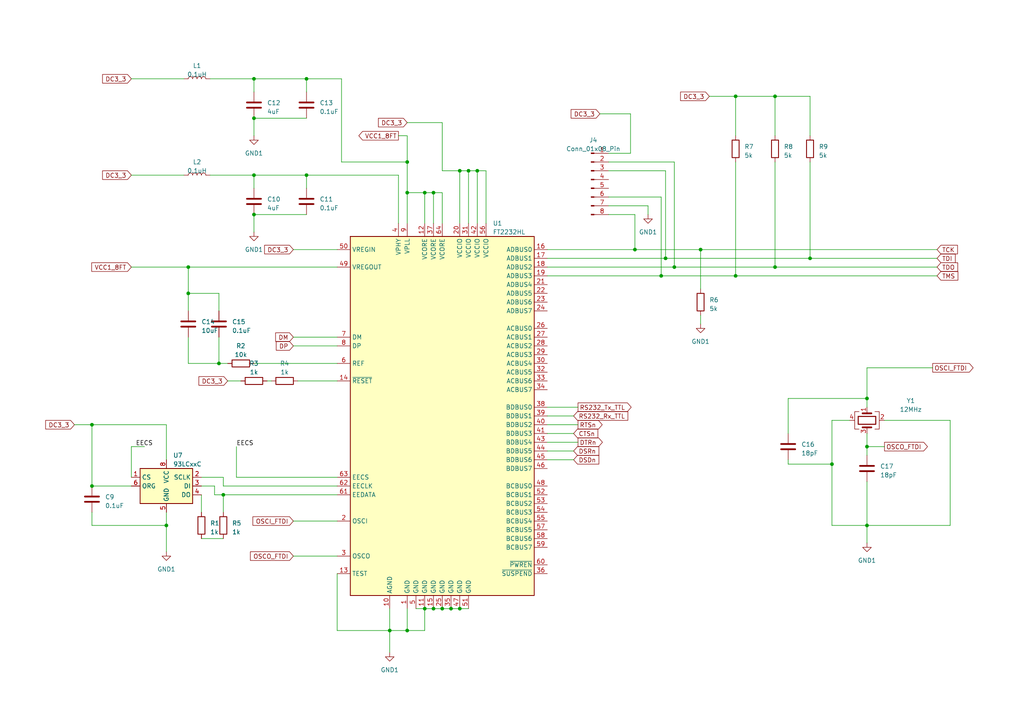
<source format=kicad_sch>
(kicad_sch (version 20230121) (generator eeschema)

  (uuid ee4b8529-2f1d-4ad6-88e1-bb02e017f5e2)

  (paper "A4")

  (lib_symbols
    (symbol "Connector:Conn_01x08_Pin" (pin_names (offset 1.016) hide) (in_bom yes) (on_board yes)
      (property "Reference" "J" (at 0 10.16 0)
        (effects (font (size 1.27 1.27)))
      )
      (property "Value" "Conn_01x08_Pin" (at 0 -12.7 0)
        (effects (font (size 1.27 1.27)))
      )
      (property "Footprint" "" (at 0 0 0)
        (effects (font (size 1.27 1.27)) hide)
      )
      (property "Datasheet" "~" (at 0 0 0)
        (effects (font (size 1.27 1.27)) hide)
      )
      (property "ki_locked" "" (at 0 0 0)
        (effects (font (size 1.27 1.27)))
      )
      (property "ki_keywords" "connector" (at 0 0 0)
        (effects (font (size 1.27 1.27)) hide)
      )
      (property "ki_description" "Generic connector, single row, 01x08, script generated" (at 0 0 0)
        (effects (font (size 1.27 1.27)) hide)
      )
      (property "ki_fp_filters" "Connector*:*_1x??_*" (at 0 0 0)
        (effects (font (size 1.27 1.27)) hide)
      )
      (symbol "Conn_01x08_Pin_1_1"
        (polyline
          (pts
            (xy 1.27 -10.16)
            (xy 0.8636 -10.16)
          )
          (stroke (width 0.1524) (type default))
          (fill (type none))
        )
        (polyline
          (pts
            (xy 1.27 -7.62)
            (xy 0.8636 -7.62)
          )
          (stroke (width 0.1524) (type default))
          (fill (type none))
        )
        (polyline
          (pts
            (xy 1.27 -5.08)
            (xy 0.8636 -5.08)
          )
          (stroke (width 0.1524) (type default))
          (fill (type none))
        )
        (polyline
          (pts
            (xy 1.27 -2.54)
            (xy 0.8636 -2.54)
          )
          (stroke (width 0.1524) (type default))
          (fill (type none))
        )
        (polyline
          (pts
            (xy 1.27 0)
            (xy 0.8636 0)
          )
          (stroke (width 0.1524) (type default))
          (fill (type none))
        )
        (polyline
          (pts
            (xy 1.27 2.54)
            (xy 0.8636 2.54)
          )
          (stroke (width 0.1524) (type default))
          (fill (type none))
        )
        (polyline
          (pts
            (xy 1.27 5.08)
            (xy 0.8636 5.08)
          )
          (stroke (width 0.1524) (type default))
          (fill (type none))
        )
        (polyline
          (pts
            (xy 1.27 7.62)
            (xy 0.8636 7.62)
          )
          (stroke (width 0.1524) (type default))
          (fill (type none))
        )
        (rectangle (start 0.8636 -10.033) (end 0 -10.287)
          (stroke (width 0.1524) (type default))
          (fill (type outline))
        )
        (rectangle (start 0.8636 -7.493) (end 0 -7.747)
          (stroke (width 0.1524) (type default))
          (fill (type outline))
        )
        (rectangle (start 0.8636 -4.953) (end 0 -5.207)
          (stroke (width 0.1524) (type default))
          (fill (type outline))
        )
        (rectangle (start 0.8636 -2.413) (end 0 -2.667)
          (stroke (width 0.1524) (type default))
          (fill (type outline))
        )
        (rectangle (start 0.8636 0.127) (end 0 -0.127)
          (stroke (width 0.1524) (type default))
          (fill (type outline))
        )
        (rectangle (start 0.8636 2.667) (end 0 2.413)
          (stroke (width 0.1524) (type default))
          (fill (type outline))
        )
        (rectangle (start 0.8636 5.207) (end 0 4.953)
          (stroke (width 0.1524) (type default))
          (fill (type outline))
        )
        (rectangle (start 0.8636 7.747) (end 0 7.493)
          (stroke (width 0.1524) (type default))
          (fill (type outline))
        )
        (pin passive line (at 5.08 7.62 180) (length 3.81)
          (name "Pin_1" (effects (font (size 1.27 1.27))))
          (number "1" (effects (font (size 1.27 1.27))))
        )
        (pin passive line (at 5.08 5.08 180) (length 3.81)
          (name "Pin_2" (effects (font (size 1.27 1.27))))
          (number "2" (effects (font (size 1.27 1.27))))
        )
        (pin passive line (at 5.08 2.54 180) (length 3.81)
          (name "Pin_3" (effects (font (size 1.27 1.27))))
          (number "3" (effects (font (size 1.27 1.27))))
        )
        (pin passive line (at 5.08 0 180) (length 3.81)
          (name "Pin_4" (effects (font (size 1.27 1.27))))
          (number "4" (effects (font (size 1.27 1.27))))
        )
        (pin passive line (at 5.08 -2.54 180) (length 3.81)
          (name "Pin_5" (effects (font (size 1.27 1.27))))
          (number "5" (effects (font (size 1.27 1.27))))
        )
        (pin passive line (at 5.08 -5.08 180) (length 3.81)
          (name "Pin_6" (effects (font (size 1.27 1.27))))
          (number "6" (effects (font (size 1.27 1.27))))
        )
        (pin passive line (at 5.08 -7.62 180) (length 3.81)
          (name "Pin_7" (effects (font (size 1.27 1.27))))
          (number "7" (effects (font (size 1.27 1.27))))
        )
        (pin passive line (at 5.08 -10.16 180) (length 3.81)
          (name "Pin_8" (effects (font (size 1.27 1.27))))
          (number "8" (effects (font (size 1.27 1.27))))
        )
      )
    )
    (symbol "Device:C" (pin_numbers hide) (pin_names (offset 0.254)) (in_bom yes) (on_board yes)
      (property "Reference" "C" (at 0.635 2.54 0)
        (effects (font (size 1.27 1.27)) (justify left))
      )
      (property "Value" "C" (at 0.635 -2.54 0)
        (effects (font (size 1.27 1.27)) (justify left))
      )
      (property "Footprint" "" (at 0.9652 -3.81 0)
        (effects (font (size 1.27 1.27)) hide)
      )
      (property "Datasheet" "~" (at 0 0 0)
        (effects (font (size 1.27 1.27)) hide)
      )
      (property "ki_keywords" "cap capacitor" (at 0 0 0)
        (effects (font (size 1.27 1.27)) hide)
      )
      (property "ki_description" "Unpolarized capacitor" (at 0 0 0)
        (effects (font (size 1.27 1.27)) hide)
      )
      (property "ki_fp_filters" "C_*" (at 0 0 0)
        (effects (font (size 1.27 1.27)) hide)
      )
      (symbol "C_0_1"
        (polyline
          (pts
            (xy -2.032 -0.762)
            (xy 2.032 -0.762)
          )
          (stroke (width 0.508) (type default))
          (fill (type none))
        )
        (polyline
          (pts
            (xy -2.032 0.762)
            (xy 2.032 0.762)
          )
          (stroke (width 0.508) (type default))
          (fill (type none))
        )
      )
      (symbol "C_1_1"
        (pin passive line (at 0 3.81 270) (length 2.794)
          (name "~" (effects (font (size 1.27 1.27))))
          (number "1" (effects (font (size 1.27 1.27))))
        )
        (pin passive line (at 0 -3.81 90) (length 2.794)
          (name "~" (effects (font (size 1.27 1.27))))
          (number "2" (effects (font (size 1.27 1.27))))
        )
      )
    )
    (symbol "Device:Crystal_GND24" (pin_names (offset 1.016) hide) (in_bom yes) (on_board yes)
      (property "Reference" "Y" (at 3.175 5.08 0)
        (effects (font (size 1.27 1.27)) (justify left))
      )
      (property "Value" "Crystal_GND24" (at 3.175 3.175 0)
        (effects (font (size 1.27 1.27)) (justify left))
      )
      (property "Footprint" "" (at 0 0 0)
        (effects (font (size 1.27 1.27)) hide)
      )
      (property "Datasheet" "~" (at 0 0 0)
        (effects (font (size 1.27 1.27)) hide)
      )
      (property "ki_keywords" "quartz ceramic resonator oscillator" (at 0 0 0)
        (effects (font (size 1.27 1.27)) hide)
      )
      (property "ki_description" "Four pin crystal, GND on pins 2 and 4" (at 0 0 0)
        (effects (font (size 1.27 1.27)) hide)
      )
      (property "ki_fp_filters" "Crystal*" (at 0 0 0)
        (effects (font (size 1.27 1.27)) hide)
      )
      (symbol "Crystal_GND24_0_1"
        (rectangle (start -1.143 2.54) (end 1.143 -2.54)
          (stroke (width 0.3048) (type default))
          (fill (type none))
        )
        (polyline
          (pts
            (xy -2.54 0)
            (xy -2.032 0)
          )
          (stroke (width 0) (type default))
          (fill (type none))
        )
        (polyline
          (pts
            (xy -2.032 -1.27)
            (xy -2.032 1.27)
          )
          (stroke (width 0.508) (type default))
          (fill (type none))
        )
        (polyline
          (pts
            (xy 0 -3.81)
            (xy 0 -3.556)
          )
          (stroke (width 0) (type default))
          (fill (type none))
        )
        (polyline
          (pts
            (xy 0 3.556)
            (xy 0 3.81)
          )
          (stroke (width 0) (type default))
          (fill (type none))
        )
        (polyline
          (pts
            (xy 2.032 -1.27)
            (xy 2.032 1.27)
          )
          (stroke (width 0.508) (type default))
          (fill (type none))
        )
        (polyline
          (pts
            (xy 2.032 0)
            (xy 2.54 0)
          )
          (stroke (width 0) (type default))
          (fill (type none))
        )
        (polyline
          (pts
            (xy -2.54 -2.286)
            (xy -2.54 -3.556)
            (xy 2.54 -3.556)
            (xy 2.54 -2.286)
          )
          (stroke (width 0) (type default))
          (fill (type none))
        )
        (polyline
          (pts
            (xy -2.54 2.286)
            (xy -2.54 3.556)
            (xy 2.54 3.556)
            (xy 2.54 2.286)
          )
          (stroke (width 0) (type default))
          (fill (type none))
        )
      )
      (symbol "Crystal_GND24_1_1"
        (pin passive line (at -3.81 0 0) (length 1.27)
          (name "1" (effects (font (size 1.27 1.27))))
          (number "1" (effects (font (size 1.27 1.27))))
        )
        (pin passive line (at 0 5.08 270) (length 1.27)
          (name "2" (effects (font (size 1.27 1.27))))
          (number "2" (effects (font (size 1.27 1.27))))
        )
        (pin passive line (at 3.81 0 180) (length 1.27)
          (name "3" (effects (font (size 1.27 1.27))))
          (number "3" (effects (font (size 1.27 1.27))))
        )
        (pin passive line (at 0 -5.08 90) (length 1.27)
          (name "4" (effects (font (size 1.27 1.27))))
          (number "4" (effects (font (size 1.27 1.27))))
        )
      )
    )
    (symbol "Device:L" (pin_numbers hide) (pin_names (offset 1.016) hide) (in_bom yes) (on_board yes)
      (property "Reference" "L" (at -1.27 0 90)
        (effects (font (size 1.27 1.27)))
      )
      (property "Value" "L" (at 1.905 0 90)
        (effects (font (size 1.27 1.27)))
      )
      (property "Footprint" "" (at 0 0 0)
        (effects (font (size 1.27 1.27)) hide)
      )
      (property "Datasheet" "~" (at 0 0 0)
        (effects (font (size 1.27 1.27)) hide)
      )
      (property "ki_keywords" "inductor choke coil reactor magnetic" (at 0 0 0)
        (effects (font (size 1.27 1.27)) hide)
      )
      (property "ki_description" "Inductor" (at 0 0 0)
        (effects (font (size 1.27 1.27)) hide)
      )
      (property "ki_fp_filters" "Choke_* *Coil* Inductor_* L_*" (at 0 0 0)
        (effects (font (size 1.27 1.27)) hide)
      )
      (symbol "L_0_1"
        (arc (start 0 -2.54) (mid 0.6323 -1.905) (end 0 -1.27)
          (stroke (width 0) (type default))
          (fill (type none))
        )
        (arc (start 0 -1.27) (mid 0.6323 -0.635) (end 0 0)
          (stroke (width 0) (type default))
          (fill (type none))
        )
        (arc (start 0 0) (mid 0.6323 0.635) (end 0 1.27)
          (stroke (width 0) (type default))
          (fill (type none))
        )
        (arc (start 0 1.27) (mid 0.6323 1.905) (end 0 2.54)
          (stroke (width 0) (type default))
          (fill (type none))
        )
      )
      (symbol "L_1_1"
        (pin passive line (at 0 3.81 270) (length 1.27)
          (name "1" (effects (font (size 1.27 1.27))))
          (number "1" (effects (font (size 1.27 1.27))))
        )
        (pin passive line (at 0 -3.81 90) (length 1.27)
          (name "2" (effects (font (size 1.27 1.27))))
          (number "2" (effects (font (size 1.27 1.27))))
        )
      )
    )
    (symbol "Device:R" (pin_numbers hide) (pin_names (offset 0)) (in_bom yes) (on_board yes)
      (property "Reference" "R" (at 2.032 0 90)
        (effects (font (size 1.27 1.27)))
      )
      (property "Value" "R" (at 0 0 90)
        (effects (font (size 1.27 1.27)))
      )
      (property "Footprint" "" (at -1.778 0 90)
        (effects (font (size 1.27 1.27)) hide)
      )
      (property "Datasheet" "~" (at 0 0 0)
        (effects (font (size 1.27 1.27)) hide)
      )
      (property "ki_keywords" "R res resistor" (at 0 0 0)
        (effects (font (size 1.27 1.27)) hide)
      )
      (property "ki_description" "Resistor" (at 0 0 0)
        (effects (font (size 1.27 1.27)) hide)
      )
      (property "ki_fp_filters" "R_*" (at 0 0 0)
        (effects (font (size 1.27 1.27)) hide)
      )
      (symbol "R_0_1"
        (rectangle (start -1.016 -2.54) (end 1.016 2.54)
          (stroke (width 0.254) (type default))
          (fill (type none))
        )
      )
      (symbol "R_1_1"
        (pin passive line (at 0 3.81 270) (length 1.27)
          (name "~" (effects (font (size 1.27 1.27))))
          (number "1" (effects (font (size 1.27 1.27))))
        )
        (pin passive line (at 0 -3.81 90) (length 1.27)
          (name "~" (effects (font (size 1.27 1.27))))
          (number "2" (effects (font (size 1.27 1.27))))
        )
      )
    )
    (symbol "Interface_USB:FT2232HL" (in_bom yes) (on_board yes)
      (property "Reference" "U" (at -26.67 53.34 0)
        (effects (font (size 1.27 1.27)) (justify left))
      )
      (property "Value" "FT2232HL" (at 19.05 53.34 0)
        (effects (font (size 1.27 1.27)) (justify left))
      )
      (property "Footprint" "Package_QFP:LQFP-64_10x10mm_P0.5mm" (at 0 0 0)
        (effects (font (size 1.27 1.27)) hide)
      )
      (property "Datasheet" "https://www.ftdichip.com/Support/Documents/DataSheets/ICs/DS_FT2232H.pdf" (at 0 0 0)
        (effects (font (size 1.27 1.27)) hide)
      )
      (property "ki_keywords" "USB Double UART FIFO" (at 0 0 0)
        (effects (font (size 1.27 1.27)) hide)
      )
      (property "ki_description" "Hi Speed Double Channel USB UART/FIFO, LQFP-64" (at 0 0 0)
        (effects (font (size 1.27 1.27)) hide)
      )
      (property "ki_fp_filters" "LQFP*10x10mm*P0.5mm*" (at 0 0 0)
        (effects (font (size 1.27 1.27)) hide)
      )
      (symbol "FT2232HL_0_1"
        (rectangle (start -26.67 -52.07) (end 26.67 52.07)
          (stroke (width 0.254) (type default))
          (fill (type background))
        )
      )
      (symbol "FT2232HL_1_1"
        (pin power_in line (at -10.16 -55.88 90) (length 3.81)
          (name "GND" (effects (font (size 1.27 1.27))))
          (number "1" (effects (font (size 1.27 1.27))))
        )
        (pin power_in line (at -15.24 -55.88 90) (length 3.81)
          (name "AGND" (effects (font (size 1.27 1.27))))
          (number "10" (effects (font (size 1.27 1.27))))
        )
        (pin power_in line (at -5.08 -55.88 90) (length 3.81)
          (name "GND" (effects (font (size 1.27 1.27))))
          (number "11" (effects (font (size 1.27 1.27))))
        )
        (pin power_in line (at -5.08 55.88 270) (length 3.81)
          (name "VCORE" (effects (font (size 1.27 1.27))))
          (number "12" (effects (font (size 1.27 1.27))))
        )
        (pin input line (at -30.48 -45.72 0) (length 3.81)
          (name "TEST" (effects (font (size 1.27 1.27))))
          (number "13" (effects (font (size 1.27 1.27))))
        )
        (pin input line (at -30.48 10.16 0) (length 3.81)
          (name "~{RESET}" (effects (font (size 1.27 1.27))))
          (number "14" (effects (font (size 1.27 1.27))))
        )
        (pin power_in line (at -2.54 -55.88 90) (length 3.81)
          (name "GND" (effects (font (size 1.27 1.27))))
          (number "15" (effects (font (size 1.27 1.27))))
        )
        (pin bidirectional line (at 30.48 48.26 180) (length 3.81)
          (name "ADBUS0" (effects (font (size 1.27 1.27))))
          (number "16" (effects (font (size 1.27 1.27))))
        )
        (pin bidirectional line (at 30.48 45.72 180) (length 3.81)
          (name "ADBUS1" (effects (font (size 1.27 1.27))))
          (number "17" (effects (font (size 1.27 1.27))))
        )
        (pin bidirectional line (at 30.48 43.18 180) (length 3.81)
          (name "ADBUS2" (effects (font (size 1.27 1.27))))
          (number "18" (effects (font (size 1.27 1.27))))
        )
        (pin bidirectional line (at 30.48 40.64 180) (length 3.81)
          (name "ADBUS3" (effects (font (size 1.27 1.27))))
          (number "19" (effects (font (size 1.27 1.27))))
        )
        (pin input line (at -30.48 -30.48 0) (length 3.81)
          (name "OSCI" (effects (font (size 1.27 1.27))))
          (number "2" (effects (font (size 1.27 1.27))))
        )
        (pin power_in line (at 5.08 55.88 270) (length 3.81)
          (name "VCCIO" (effects (font (size 1.27 1.27))))
          (number "20" (effects (font (size 1.27 1.27))))
        )
        (pin bidirectional line (at 30.48 38.1 180) (length 3.81)
          (name "ADBUS4" (effects (font (size 1.27 1.27))))
          (number "21" (effects (font (size 1.27 1.27))))
        )
        (pin bidirectional line (at 30.48 35.56 180) (length 3.81)
          (name "ADBUS5" (effects (font (size 1.27 1.27))))
          (number "22" (effects (font (size 1.27 1.27))))
        )
        (pin bidirectional line (at 30.48 33.02 180) (length 3.81)
          (name "ADBUS6" (effects (font (size 1.27 1.27))))
          (number "23" (effects (font (size 1.27 1.27))))
        )
        (pin bidirectional line (at 30.48 30.48 180) (length 3.81)
          (name "ADBUS7" (effects (font (size 1.27 1.27))))
          (number "24" (effects (font (size 1.27 1.27))))
        )
        (pin power_in line (at 0 -55.88 90) (length 3.81)
          (name "GND" (effects (font (size 1.27 1.27))))
          (number "25" (effects (font (size 1.27 1.27))))
        )
        (pin bidirectional line (at 30.48 25.4 180) (length 3.81)
          (name "ACBUS0" (effects (font (size 1.27 1.27))))
          (number "26" (effects (font (size 1.27 1.27))))
        )
        (pin bidirectional line (at 30.48 22.86 180) (length 3.81)
          (name "ACBUS1" (effects (font (size 1.27 1.27))))
          (number "27" (effects (font (size 1.27 1.27))))
        )
        (pin bidirectional line (at 30.48 20.32 180) (length 3.81)
          (name "ACBUS2" (effects (font (size 1.27 1.27))))
          (number "28" (effects (font (size 1.27 1.27))))
        )
        (pin bidirectional line (at 30.48 17.78 180) (length 3.81)
          (name "ACBUS3" (effects (font (size 1.27 1.27))))
          (number "29" (effects (font (size 1.27 1.27))))
        )
        (pin output line (at -30.48 -40.64 0) (length 3.81)
          (name "OSCO" (effects (font (size 1.27 1.27))))
          (number "3" (effects (font (size 1.27 1.27))))
        )
        (pin bidirectional line (at 30.48 15.24 180) (length 3.81)
          (name "ACBUS4" (effects (font (size 1.27 1.27))))
          (number "30" (effects (font (size 1.27 1.27))))
        )
        (pin power_in line (at 7.62 55.88 270) (length 3.81)
          (name "VCCIO" (effects (font (size 1.27 1.27))))
          (number "31" (effects (font (size 1.27 1.27))))
        )
        (pin bidirectional line (at 30.48 12.7 180) (length 3.81)
          (name "ACBUS5" (effects (font (size 1.27 1.27))))
          (number "32" (effects (font (size 1.27 1.27))))
        )
        (pin bidirectional line (at 30.48 10.16 180) (length 3.81)
          (name "ACBUS6" (effects (font (size 1.27 1.27))))
          (number "33" (effects (font (size 1.27 1.27))))
        )
        (pin bidirectional line (at 30.48 7.62 180) (length 3.81)
          (name "ACBUS7" (effects (font (size 1.27 1.27))))
          (number "34" (effects (font (size 1.27 1.27))))
        )
        (pin power_in line (at 2.54 -55.88 90) (length 3.81)
          (name "GND" (effects (font (size 1.27 1.27))))
          (number "35" (effects (font (size 1.27 1.27))))
        )
        (pin output line (at 30.48 -45.72 180) (length 3.81)
          (name "~{SUSPEND}" (effects (font (size 1.27 1.27))))
          (number "36" (effects (font (size 1.27 1.27))))
        )
        (pin power_in line (at -2.54 55.88 270) (length 3.81)
          (name "VCORE" (effects (font (size 1.27 1.27))))
          (number "37" (effects (font (size 1.27 1.27))))
        )
        (pin bidirectional line (at 30.48 2.54 180) (length 3.81)
          (name "BDBUS0" (effects (font (size 1.27 1.27))))
          (number "38" (effects (font (size 1.27 1.27))))
        )
        (pin bidirectional line (at 30.48 0 180) (length 3.81)
          (name "BDBUS1" (effects (font (size 1.27 1.27))))
          (number "39" (effects (font (size 1.27 1.27))))
        )
        (pin power_in line (at -12.7 55.88 270) (length 3.81)
          (name "VPHY" (effects (font (size 1.27 1.27))))
          (number "4" (effects (font (size 1.27 1.27))))
        )
        (pin bidirectional line (at 30.48 -2.54 180) (length 3.81)
          (name "BDBUS2" (effects (font (size 1.27 1.27))))
          (number "40" (effects (font (size 1.27 1.27))))
        )
        (pin bidirectional line (at 30.48 -5.08 180) (length 3.81)
          (name "BDBUS3" (effects (font (size 1.27 1.27))))
          (number "41" (effects (font (size 1.27 1.27))))
        )
        (pin power_in line (at 10.16 55.88 270) (length 3.81)
          (name "VCCIO" (effects (font (size 1.27 1.27))))
          (number "42" (effects (font (size 1.27 1.27))))
        )
        (pin bidirectional line (at 30.48 -7.62 180) (length 3.81)
          (name "BDBUS4" (effects (font (size 1.27 1.27))))
          (number "43" (effects (font (size 1.27 1.27))))
        )
        (pin bidirectional line (at 30.48 -10.16 180) (length 3.81)
          (name "BDBUS5" (effects (font (size 1.27 1.27))))
          (number "44" (effects (font (size 1.27 1.27))))
        )
        (pin bidirectional line (at 30.48 -12.7 180) (length 3.81)
          (name "BDBUS6" (effects (font (size 1.27 1.27))))
          (number "45" (effects (font (size 1.27 1.27))))
        )
        (pin bidirectional line (at 30.48 -15.24 180) (length 3.81)
          (name "BDBUS7" (effects (font (size 1.27 1.27))))
          (number "46" (effects (font (size 1.27 1.27))))
        )
        (pin power_in line (at 5.08 -55.88 90) (length 3.81)
          (name "GND" (effects (font (size 1.27 1.27))))
          (number "47" (effects (font (size 1.27 1.27))))
        )
        (pin bidirectional line (at 30.48 -20.32 180) (length 3.81)
          (name "BCBUS0" (effects (font (size 1.27 1.27))))
          (number "48" (effects (font (size 1.27 1.27))))
        )
        (pin power_out line (at -30.48 43.18 0) (length 3.81)
          (name "VREGOUT" (effects (font (size 1.27 1.27))))
          (number "49" (effects (font (size 1.27 1.27))))
        )
        (pin power_in line (at -7.62 -55.88 90) (length 3.81)
          (name "GND" (effects (font (size 1.27 1.27))))
          (number "5" (effects (font (size 1.27 1.27))))
        )
        (pin power_in line (at -30.48 48.26 0) (length 3.81)
          (name "VREGIN" (effects (font (size 1.27 1.27))))
          (number "50" (effects (font (size 1.27 1.27))))
        )
        (pin power_in line (at 7.62 -55.88 90) (length 3.81)
          (name "GND" (effects (font (size 1.27 1.27))))
          (number "51" (effects (font (size 1.27 1.27))))
        )
        (pin bidirectional line (at 30.48 -22.86 180) (length 3.81)
          (name "BCBUS1" (effects (font (size 1.27 1.27))))
          (number "52" (effects (font (size 1.27 1.27))))
        )
        (pin bidirectional line (at 30.48 -25.4 180) (length 3.81)
          (name "BCBUS2" (effects (font (size 1.27 1.27))))
          (number "53" (effects (font (size 1.27 1.27))))
        )
        (pin bidirectional line (at 30.48 -27.94 180) (length 3.81)
          (name "BCBUS3" (effects (font (size 1.27 1.27))))
          (number "54" (effects (font (size 1.27 1.27))))
        )
        (pin bidirectional line (at 30.48 -30.48 180) (length 3.81)
          (name "BCBUS4" (effects (font (size 1.27 1.27))))
          (number "55" (effects (font (size 1.27 1.27))))
        )
        (pin power_in line (at 12.7 55.88 270) (length 3.81)
          (name "VCCIO" (effects (font (size 1.27 1.27))))
          (number "56" (effects (font (size 1.27 1.27))))
        )
        (pin bidirectional line (at 30.48 -33.02 180) (length 3.81)
          (name "BCBUS5" (effects (font (size 1.27 1.27))))
          (number "57" (effects (font (size 1.27 1.27))))
        )
        (pin bidirectional line (at 30.48 -35.56 180) (length 3.81)
          (name "BCBUS6" (effects (font (size 1.27 1.27))))
          (number "58" (effects (font (size 1.27 1.27))))
        )
        (pin bidirectional line (at 30.48 -38.1 180) (length 3.81)
          (name "BCBUS7" (effects (font (size 1.27 1.27))))
          (number "59" (effects (font (size 1.27 1.27))))
        )
        (pin output line (at -30.48 15.24 0) (length 3.81)
          (name "REF" (effects (font (size 1.27 1.27))))
          (number "6" (effects (font (size 1.27 1.27))))
        )
        (pin output line (at 30.48 -43.18 180) (length 3.81)
          (name "~{PWREN}" (effects (font (size 1.27 1.27))))
          (number "60" (effects (font (size 1.27 1.27))))
        )
        (pin bidirectional line (at -30.48 -22.86 0) (length 3.81)
          (name "EEDATA" (effects (font (size 1.27 1.27))))
          (number "61" (effects (font (size 1.27 1.27))))
        )
        (pin output line (at -30.48 -20.32 0) (length 3.81)
          (name "EECLK" (effects (font (size 1.27 1.27))))
          (number "62" (effects (font (size 1.27 1.27))))
        )
        (pin output line (at -30.48 -17.78 0) (length 3.81)
          (name "EECS" (effects (font (size 1.27 1.27))))
          (number "63" (effects (font (size 1.27 1.27))))
        )
        (pin power_in line (at 0 55.88 270) (length 3.81)
          (name "VCORE" (effects (font (size 1.27 1.27))))
          (number "64" (effects (font (size 1.27 1.27))))
        )
        (pin bidirectional line (at -30.48 22.86 0) (length 3.81)
          (name "DM" (effects (font (size 1.27 1.27))))
          (number "7" (effects (font (size 1.27 1.27))))
        )
        (pin bidirectional line (at -30.48 20.32 0) (length 3.81)
          (name "DP" (effects (font (size 1.27 1.27))))
          (number "8" (effects (font (size 1.27 1.27))))
        )
        (pin input line (at -10.16 55.88 270) (length 3.81)
          (name "VPLL" (effects (font (size 1.27 1.27))))
          (number "9" (effects (font (size 1.27 1.27))))
        )
      )
    )
    (symbol "Memory_EEPROM:93LCxxC" (in_bom yes) (on_board yes)
      (property "Reference" "U" (at -7.62 6.35 0)
        (effects (font (size 1.27 1.27)))
      )
      (property "Value" "93LCxxC" (at 2.54 -6.35 0)
        (effects (font (size 1.27 1.27)) (justify left))
      )
      (property "Footprint" "" (at 0 0 0)
        (effects (font (size 1.27 1.27)) hide)
      )
      (property "Datasheet" "http://ww1.microchip.com/downloads/en/DeviceDoc/20001749K.pdf" (at 0 0 0)
        (effects (font (size 1.27 1.27)) hide)
      )
      (property "ki_keywords" "EEPROM memory Microwire" (at 0 0 0)
        (effects (font (size 1.27 1.27)) hide)
      )
      (property "ki_description" "Serial EEPROM, 93 Series, with ORG Pin, 2.5V, DIP-8/SOIC-8" (at 0 0 0)
        (effects (font (size 1.27 1.27)) hide)
      )
      (property "ki_fp_filters" "DIP*W7.62mm* SOIC*3.9x4.9mm*" (at 0 0 0)
        (effects (font (size 1.27 1.27)) hide)
      )
      (symbol "93LCxxC_1_1"
        (rectangle (start -7.62 5.08) (end 7.62 -5.08)
          (stroke (width 0.254) (type default))
          (fill (type background))
        )
        (pin input line (at -10.16 2.54 0) (length 2.54)
          (name "CS" (effects (font (size 1.27 1.27))))
          (number "1" (effects (font (size 1.27 1.27))))
        )
        (pin input line (at 10.16 2.54 180) (length 2.54)
          (name "SCLK" (effects (font (size 1.27 1.27))))
          (number "2" (effects (font (size 1.27 1.27))))
        )
        (pin input line (at 10.16 0 180) (length 2.54)
          (name "DI" (effects (font (size 1.27 1.27))))
          (number "3" (effects (font (size 1.27 1.27))))
        )
        (pin tri_state line (at 10.16 -2.54 180) (length 2.54)
          (name "DO" (effects (font (size 1.27 1.27))))
          (number "4" (effects (font (size 1.27 1.27))))
        )
        (pin power_in line (at 0 -7.62 90) (length 2.54)
          (name "GND" (effects (font (size 1.27 1.27))))
          (number "5" (effects (font (size 1.27 1.27))))
        )
        (pin input line (at -10.16 0 0) (length 2.54)
          (name "ORG" (effects (font (size 1.27 1.27))))
          (number "6" (effects (font (size 1.27 1.27))))
        )
        (pin no_connect line (at -7.62 -2.54 0) (length 2.54) hide
          (name "NC" (effects (font (size 1.27 1.27))))
          (number "7" (effects (font (size 1.27 1.27))))
        )
        (pin power_in line (at 0 7.62 270) (length 2.54)
          (name "VCC" (effects (font (size 1.27 1.27))))
          (number "8" (effects (font (size 1.27 1.27))))
        )
      )
    )
    (symbol "power:GND1" (power) (pin_names (offset 0)) (in_bom yes) (on_board yes)
      (property "Reference" "#PWR" (at 0 -6.35 0)
        (effects (font (size 1.27 1.27)) hide)
      )
      (property "Value" "GND1" (at 0 -3.81 0)
        (effects (font (size 1.27 1.27)))
      )
      (property "Footprint" "" (at 0 0 0)
        (effects (font (size 1.27 1.27)) hide)
      )
      (property "Datasheet" "" (at 0 0 0)
        (effects (font (size 1.27 1.27)) hide)
      )
      (property "ki_keywords" "global power" (at 0 0 0)
        (effects (font (size 1.27 1.27)) hide)
      )
      (property "ki_description" "Power symbol creates a global label with name \"GND1\" , ground" (at 0 0 0)
        (effects (font (size 1.27 1.27)) hide)
      )
      (symbol "GND1_0_1"
        (polyline
          (pts
            (xy 0 0)
            (xy 0 -1.27)
            (xy 1.27 -1.27)
            (xy 0 -2.54)
            (xy -1.27 -1.27)
            (xy 0 -1.27)
          )
          (stroke (width 0) (type default))
          (fill (type none))
        )
      )
      (symbol "GND1_1_1"
        (pin power_in line (at 0 0 270) (length 0) hide
          (name "GND1" (effects (font (size 1.27 1.27))))
          (number "1" (effects (font (size 1.27 1.27))))
        )
      )
    )
  )

  (junction (at 213.36 80.01) (diameter 0) (color 0 0 0 0)
    (uuid 07e9a0ba-680f-4ce8-9f0f-be5b110f0a53)
  )
  (junction (at 191.77 80.01) (diameter 0) (color 0 0 0 0)
    (uuid 0f5bd3eb-17a7-4b20-81b2-e0477b16c818)
  )
  (junction (at 48.26 152.4) (diameter 0) (color 0 0 0 0)
    (uuid 105898e7-661f-4a58-a99a-c2121135bcc5)
  )
  (junction (at 138.43 49.53) (diameter 0) (color 0 0 0 0)
    (uuid 1bf604f4-24ac-47da-93ff-faa6e410dbd1)
  )
  (junction (at 251.46 115.57) (diameter 0) (color 0 0 0 0)
    (uuid 2f70d5cb-8bf5-46e0-958e-6ae96ecae60c)
  )
  (junction (at 123.19 176.53) (diameter 0) (color 0 0 0 0)
    (uuid 3b4cd288-ad9a-4962-b2f9-70d65ff9799e)
  )
  (junction (at 63.5 105.41) (diameter 0) (color 0 0 0 0)
    (uuid 3dc56ba3-4b42-4f6a-a4f1-33b46462b999)
  )
  (junction (at 203.2 72.39) (diameter 0) (color 0 0 0 0)
    (uuid 426f9f98-b697-4711-b554-be142c44345d)
  )
  (junction (at 118.11 46.99) (diameter 0) (color 0 0 0 0)
    (uuid 465ad449-e188-454a-877c-1af87f66d7c7)
  )
  (junction (at 251.46 129.54) (diameter 0) (color 0 0 0 0)
    (uuid 46dec742-78d4-479d-a55b-d9ff3f443ac4)
  )
  (junction (at 130.81 176.53) (diameter 0) (color 0 0 0 0)
    (uuid 47b8a642-0f31-476c-a779-a9d954cae6bb)
  )
  (junction (at 73.66 50.8) (diameter 0) (color 0 0 0 0)
    (uuid 48d01376-aec8-432b-afca-bea40b08ab63)
  )
  (junction (at 213.36 27.94) (diameter 0) (color 0 0 0 0)
    (uuid 4d98a244-e86b-4dae-8fc3-96797dc1c7ff)
  )
  (junction (at 251.46 152.4) (diameter 0) (color 0 0 0 0)
    (uuid 51040009-dcc4-4ca4-a926-a3ffaee0af4d)
  )
  (junction (at 184.15 72.39) (diameter 0) (color 0 0 0 0)
    (uuid 5b045558-2007-4a2d-9475-c65de67d32c8)
  )
  (junction (at 73.66 22.86) (diameter 0) (color 0 0 0 0)
    (uuid 62a40069-a26c-4896-b3ea-c454d84ed1e4)
  )
  (junction (at 88.9 50.8) (diameter 0) (color 0 0 0 0)
    (uuid 637f3d77-7a91-4789-a383-8d92f2d707d5)
  )
  (junction (at 125.73 176.53) (diameter 0) (color 0 0 0 0)
    (uuid 68e98ee6-b696-4c23-8b63-677843b80bee)
  )
  (junction (at 135.89 49.53) (diameter 0) (color 0 0 0 0)
    (uuid 6d1c09f8-d804-4cb8-96d7-3cd885d6201a)
  )
  (junction (at 26.67 123.19) (diameter 0) (color 0 0 0 0)
    (uuid 87cc6b98-62bf-46bd-b238-f47b19863018)
  )
  (junction (at 224.79 77.47) (diameter 0) (color 0 0 0 0)
    (uuid 8cbce18b-645f-494f-a38b-a397349b2d71)
  )
  (junction (at 224.79 27.94) (diameter 0) (color 0 0 0 0)
    (uuid 938e387d-a6d0-4d5d-a21a-8e91c58b2e83)
  )
  (junction (at 133.35 49.53) (diameter 0) (color 0 0 0 0)
    (uuid 98c8a533-8696-436c-b9be-c79194613c17)
  )
  (junction (at 54.61 77.47) (diameter 0) (color 0 0 0 0)
    (uuid a447246f-7e66-4e06-be0d-92a1985a1f65)
  )
  (junction (at 73.66 34.29) (diameter 0) (color 0 0 0 0)
    (uuid a71ebf03-c028-4784-9370-76ef3fd32071)
  )
  (junction (at 133.35 176.53) (diameter 0) (color 0 0 0 0)
    (uuid aaf75ff0-19cd-40dd-87c8-6092ffdc0028)
  )
  (junction (at 26.67 140.97) (diameter 0) (color 0 0 0 0)
    (uuid aeebcfa3-3f6e-4322-8b80-2559be1f489e)
  )
  (junction (at 125.73 55.88) (diameter 0) (color 0 0 0 0)
    (uuid b0827ca2-e46c-49ca-bd03-1eb417875ab3)
  )
  (junction (at 195.58 77.47) (diameter 0) (color 0 0 0 0)
    (uuid b20e1aa3-d4ad-41d2-853a-eb37288a116a)
  )
  (junction (at 54.61 85.09) (diameter 0) (color 0 0 0 0)
    (uuid b34eef9e-76d0-4fbd-ba87-68232ab9a6c8)
  )
  (junction (at 113.03 182.88) (diameter 0) (color 0 0 0 0)
    (uuid b9e9706e-b0bf-46ca-9e5c-019130c4d677)
  )
  (junction (at 234.95 74.93) (diameter 0) (color 0 0 0 0)
    (uuid bdab2145-805a-46a1-b0b2-7daebbf8d711)
  )
  (junction (at 73.66 62.23) (diameter 0) (color 0 0 0 0)
    (uuid c0a97563-c7ff-4570-bc12-2b16532d7f93)
  )
  (junction (at 118.11 182.88) (diameter 0) (color 0 0 0 0)
    (uuid cd4ddf21-399f-426d-ae47-016aaf98d5ea)
  )
  (junction (at 123.19 55.88) (diameter 0) (color 0 0 0 0)
    (uuid d47f5e43-9375-47cd-aab3-2aa547842c58)
  )
  (junction (at 88.9 22.86) (diameter 0) (color 0 0 0 0)
    (uuid d715667f-f7c0-4c90-ab82-d3a29fdc2b12)
  )
  (junction (at 128.27 176.53) (diameter 0) (color 0 0 0 0)
    (uuid e7e8e3c7-f4b2-40ff-9e74-3105dec55a43)
  )
  (junction (at 193.04 74.93) (diameter 0) (color 0 0 0 0)
    (uuid f2a57f9f-3d50-40de-89a0-6cd5550003ab)
  )
  (junction (at 64.77 143.51) (diameter 0) (color 0 0 0 0)
    (uuid f80101f3-a13b-418a-a882-75ea498c2a8a)
  )
  (junction (at 241.3 134.62) (diameter 0) (color 0 0 0 0)
    (uuid f9534868-1c1f-423f-a3d0-fdf2bc8d57db)
  )
  (junction (at 118.11 55.88) (diameter 0) (color 0 0 0 0)
    (uuid fc0660cc-8d85-44ec-b52a-68348ee1d275)
  )

  (wire (pts (xy 234.95 46.99) (xy 234.95 74.93))
    (stroke (width 0) (type default))
    (uuid 01a23638-404f-47c6-a998-11903bd82d49)
  )
  (wire (pts (xy 228.6 134.62) (xy 241.3 134.62))
    (stroke (width 0) (type default))
    (uuid 0280dfe6-f67a-4958-a97e-eb1adbfe438d)
  )
  (wire (pts (xy 182.88 44.45) (xy 176.53 44.45))
    (stroke (width 0) (type default))
    (uuid 04aa3be0-6cb4-4b69-abab-4e93d23a34d6)
  )
  (wire (pts (xy 68.58 138.43) (xy 97.79 138.43))
    (stroke (width 0) (type default))
    (uuid 08d6f9b4-a0cb-4ff1-99da-fdec079183d4)
  )
  (wire (pts (xy 125.73 55.88) (xy 123.19 55.88))
    (stroke (width 0) (type default))
    (uuid 0ac684cb-b32a-4b56-ac10-dfe06da5d3bd)
  )
  (wire (pts (xy 133.35 176.53) (xy 135.89 176.53))
    (stroke (width 0) (type default))
    (uuid 105c9100-599a-4096-944b-47ad269ffebc)
  )
  (wire (pts (xy 191.77 57.15) (xy 191.77 80.01))
    (stroke (width 0) (type default))
    (uuid 12319ef3-a7aa-4558-adec-ca9b2db8f682)
  )
  (wire (pts (xy 275.59 121.92) (xy 275.59 152.4))
    (stroke (width 0) (type default))
    (uuid 13eeb8e0-f31b-4579-ae72-d2ba1eec0f5a)
  )
  (wire (pts (xy 213.36 39.37) (xy 213.36 27.94))
    (stroke (width 0) (type default))
    (uuid 155e409f-8471-4fcf-8c05-5a2e055f4012)
  )
  (wire (pts (xy 251.46 139.7) (xy 251.46 152.4))
    (stroke (width 0) (type default))
    (uuid 15781f8b-8c1d-4106-8734-f0a84ac0efab)
  )
  (wire (pts (xy 54.61 85.09) (xy 54.61 90.17))
    (stroke (width 0) (type default))
    (uuid 157b7c35-6f59-4710-aa1e-4ef393cfcfc3)
  )
  (wire (pts (xy 58.42 138.43) (xy 64.77 138.43))
    (stroke (width 0) (type default))
    (uuid 15a30158-d520-4471-b97e-94bb0fd7ecea)
  )
  (wire (pts (xy 38.1 22.86) (xy 53.34 22.86))
    (stroke (width 0) (type default))
    (uuid 1885c7b0-fa48-4bfd-a3fc-4ab0b1aa40a6)
  )
  (wire (pts (xy 64.77 140.97) (xy 97.79 140.97))
    (stroke (width 0) (type default))
    (uuid 1ecb0bf6-4c3f-422d-96c7-2cfe554de8f5)
  )
  (wire (pts (xy 213.36 27.94) (xy 224.79 27.94))
    (stroke (width 0) (type default))
    (uuid 1fa1d7fc-3cc4-40b9-ae68-189c70b3c847)
  )
  (wire (pts (xy 63.5 90.17) (xy 63.5 85.09))
    (stroke (width 0) (type default))
    (uuid 20db775d-1ea3-4d0a-9b89-3aef27544c52)
  )
  (wire (pts (xy 118.11 55.88) (xy 123.19 55.88))
    (stroke (width 0) (type default))
    (uuid 257e1093-5d62-4a1c-b1c1-6416aa7f2fff)
  )
  (wire (pts (xy 97.79 166.37) (xy 97.79 182.88))
    (stroke (width 0) (type default))
    (uuid 26415095-92a3-466d-a6cf-a3519426d14f)
  )
  (wire (pts (xy 176.53 46.99) (xy 195.58 46.99))
    (stroke (width 0) (type default))
    (uuid 272d47c8-ecf0-459a-acd3-fce1a2b3b2ec)
  )
  (wire (pts (xy 125.73 176.53) (xy 128.27 176.53))
    (stroke (width 0) (type default))
    (uuid 2ed4e521-b972-4348-97de-aca9fef00b80)
  )
  (wire (pts (xy 176.53 62.23) (xy 184.15 62.23))
    (stroke (width 0) (type default))
    (uuid 2edf1a0c-b105-444c-b75e-306435fd516e)
  )
  (wire (pts (xy 123.19 176.53) (xy 125.73 176.53))
    (stroke (width 0) (type default))
    (uuid 2fa11485-30fd-444c-bcfa-33d8a7ad2fc2)
  )
  (wire (pts (xy 125.73 55.88) (xy 128.27 55.88))
    (stroke (width 0) (type default))
    (uuid 31a0d88f-d168-44dd-a3c8-c6ffa19fd02d)
  )
  (wire (pts (xy 63.5 85.09) (xy 54.61 85.09))
    (stroke (width 0) (type default))
    (uuid 330d4a92-3785-4321-bc67-a22829bb2d51)
  )
  (wire (pts (xy 60.96 22.86) (xy 73.66 22.86))
    (stroke (width 0) (type default))
    (uuid 3410c365-3ffc-4d9a-adb7-bc2cceadb234)
  )
  (wire (pts (xy 182.88 33.02) (xy 182.88 44.45))
    (stroke (width 0) (type default))
    (uuid 36863275-599c-453f-95e7-6fe0fbce40d0)
  )
  (wire (pts (xy 195.58 77.47) (xy 224.79 77.47))
    (stroke (width 0) (type default))
    (uuid 36ec9b31-91b6-405d-89d6-731aa1cffa88)
  )
  (wire (pts (xy 54.61 97.79) (xy 54.61 105.41))
    (stroke (width 0) (type default))
    (uuid 380538c1-33a8-4214-9a52-684b24a1fe69)
  )
  (wire (pts (xy 118.11 176.53) (xy 118.11 182.88))
    (stroke (width 0) (type default))
    (uuid 39beb1d4-7a4f-4e26-b75e-b9fedd862b3a)
  )
  (wire (pts (xy 48.26 152.4) (xy 48.26 160.02))
    (stroke (width 0) (type default))
    (uuid 3ae1d7a0-85b0-4835-b1ec-c18183d5e977)
  )
  (wire (pts (xy 88.9 50.8) (xy 73.66 50.8))
    (stroke (width 0) (type default))
    (uuid 3b0773fa-841c-48da-abc7-150249a6c1ec)
  )
  (wire (pts (xy 187.96 62.23) (xy 187.96 59.69))
    (stroke (width 0) (type default))
    (uuid 3c3f45a1-61d4-4ebc-92c9-aa201809184b)
  )
  (wire (pts (xy 251.46 115.57) (xy 251.46 106.68))
    (stroke (width 0) (type default))
    (uuid 3c6c4a76-1a34-4717-8178-d29cc4f341f9)
  )
  (wire (pts (xy 138.43 49.53) (xy 138.43 64.77))
    (stroke (width 0) (type default))
    (uuid 3cf9fa73-cfd7-4a1f-b94d-e584034d8e93)
  )
  (wire (pts (xy 115.57 39.37) (xy 118.11 39.37))
    (stroke (width 0) (type default))
    (uuid 3ea3053c-3407-456a-9e9a-1b691da3d3a9)
  )
  (wire (pts (xy 77.47 110.49) (xy 78.74 110.49))
    (stroke (width 0) (type default))
    (uuid 40c0fc87-1b80-4652-b654-15decec6afa3)
  )
  (wire (pts (xy 138.43 49.53) (xy 140.97 49.53))
    (stroke (width 0) (type default))
    (uuid 443470aa-e468-46dc-b850-847d8bf53415)
  )
  (wire (pts (xy 54.61 77.47) (xy 54.61 85.09))
    (stroke (width 0) (type default))
    (uuid 4754d9c5-b319-4571-be6e-e3e5492d45cb)
  )
  (wire (pts (xy 85.09 97.79) (xy 97.79 97.79))
    (stroke (width 0) (type default))
    (uuid 49c789cd-7cbd-4113-a4b5-aff75dacad26)
  )
  (wire (pts (xy 224.79 46.99) (xy 224.79 77.47))
    (stroke (width 0) (type default))
    (uuid 4b8883f6-6c56-4afa-9268-940025cb13fa)
  )
  (wire (pts (xy 85.09 151.13) (xy 97.79 151.13))
    (stroke (width 0) (type default))
    (uuid 4c3d3708-081e-4285-a01a-6f9c28654810)
  )
  (wire (pts (xy 224.79 39.37) (xy 224.79 27.94))
    (stroke (width 0) (type default))
    (uuid 4c7d2b72-98b8-43a0-8145-fe8999ec3c86)
  )
  (wire (pts (xy 115.57 50.8) (xy 88.9 50.8))
    (stroke (width 0) (type default))
    (uuid 4ff4553f-1d02-4eb0-a094-09217a1f6cf7)
  )
  (wire (pts (xy 158.75 74.93) (xy 193.04 74.93))
    (stroke (width 0) (type default))
    (uuid 5035db14-3a84-4d0f-bd7e-2fa5f106792f)
  )
  (wire (pts (xy 85.09 161.29) (xy 97.79 161.29))
    (stroke (width 0) (type default))
    (uuid 509a132d-cc2c-478f-b39b-990455d58386)
  )
  (wire (pts (xy 58.42 143.51) (xy 58.42 148.59))
    (stroke (width 0) (type default))
    (uuid 5460be26-2e63-4b34-8761-f2ff0162e900)
  )
  (wire (pts (xy 251.46 106.68) (xy 270.51 106.68))
    (stroke (width 0) (type default))
    (uuid 55e54b6a-d448-40cb-94ac-87a114b81f1d)
  )
  (wire (pts (xy 133.35 49.53) (xy 133.35 64.77))
    (stroke (width 0) (type default))
    (uuid 57cc007c-892c-4237-b41d-851c5152d612)
  )
  (wire (pts (xy 158.75 125.73) (xy 166.37 125.73))
    (stroke (width 0) (type default))
    (uuid 580a7b60-1a3e-49fc-879e-8d463837d469)
  )
  (wire (pts (xy 97.79 182.88) (xy 113.03 182.88))
    (stroke (width 0) (type default))
    (uuid 58a9f8ac-1820-4442-afed-7b1ef8a2c078)
  )
  (wire (pts (xy 193.04 49.53) (xy 193.04 74.93))
    (stroke (width 0) (type default))
    (uuid 5a0951b3-c68a-4fe4-b5ef-65d3d1fd77ae)
  )
  (wire (pts (xy 251.46 152.4) (xy 251.46 157.48))
    (stroke (width 0) (type default))
    (uuid 5a7a5b26-189d-436f-bf2a-18ce612cdded)
  )
  (wire (pts (xy 99.06 46.99) (xy 99.06 22.86))
    (stroke (width 0) (type default))
    (uuid 5b83afe9-08f0-40ec-8477-31598152b297)
  )
  (wire (pts (xy 115.57 64.77) (xy 115.57 50.8))
    (stroke (width 0) (type default))
    (uuid 5be0074c-74ee-4932-bdf2-1385b1e52f47)
  )
  (wire (pts (xy 241.3 121.92) (xy 241.3 134.62))
    (stroke (width 0) (type default))
    (uuid 6087f061-8994-4883-a755-53e14d0eeaa2)
  )
  (wire (pts (xy 88.9 22.86) (xy 99.06 22.86))
    (stroke (width 0) (type default))
    (uuid 6163ca49-e0fc-4b59-9faf-d838f114ae53)
  )
  (wire (pts (xy 246.38 121.92) (xy 241.3 121.92))
    (stroke (width 0) (type default))
    (uuid 63a85227-2996-4e13-9150-0eef86e6a49b)
  )
  (wire (pts (xy 140.97 49.53) (xy 140.97 64.77))
    (stroke (width 0) (type default))
    (uuid 6459fa0b-bba1-4146-99e8-3ebfba1b6a1d)
  )
  (wire (pts (xy 138.43 49.53) (xy 135.89 49.53))
    (stroke (width 0) (type default))
    (uuid 673281cb-cebc-40e4-805a-4e63cf4255f0)
  )
  (wire (pts (xy 73.66 62.23) (xy 88.9 62.23))
    (stroke (width 0) (type default))
    (uuid 6749675c-1c86-4619-b0a9-22294ba5f14c)
  )
  (wire (pts (xy 68.58 129.54) (xy 68.58 138.43))
    (stroke (width 0) (type default))
    (uuid 67993cff-04b7-4715-9aa6-9068667c4397)
  )
  (wire (pts (xy 184.15 72.39) (xy 203.2 72.39))
    (stroke (width 0) (type default))
    (uuid 695e6f2a-c27f-41b0-8c8d-532fe9a9d585)
  )
  (wire (pts (xy 158.75 72.39) (xy 184.15 72.39))
    (stroke (width 0) (type default))
    (uuid 6a36a1b5-20f7-46b2-b28b-dda559d49cf9)
  )
  (wire (pts (xy 38.1 140.97) (xy 26.67 140.97))
    (stroke (width 0) (type default))
    (uuid 6ab1d04f-5684-424e-88eb-b4191e6de5ba)
  )
  (wire (pts (xy 60.96 50.8) (xy 73.66 50.8))
    (stroke (width 0) (type default))
    (uuid 6c40671b-8eed-42a8-8032-60e9618da6e0)
  )
  (wire (pts (xy 176.53 57.15) (xy 191.77 57.15))
    (stroke (width 0) (type default))
    (uuid 6cfa998c-e7c0-4217-8e6b-b5822637321f)
  )
  (wire (pts (xy 63.5 97.79) (xy 63.5 105.41))
    (stroke (width 0) (type default))
    (uuid 6d8278ee-d3e3-4bdb-a4b1-23d894caf495)
  )
  (wire (pts (xy 191.77 80.01) (xy 213.36 80.01))
    (stroke (width 0) (type default))
    (uuid 6eb95d42-a524-4fcb-9761-a7b7273a72cd)
  )
  (wire (pts (xy 203.2 72.39) (xy 203.2 83.82))
    (stroke (width 0) (type default))
    (uuid 6f486cbf-7862-4c44-9b49-b6447167b588)
  )
  (wire (pts (xy 251.46 125.73) (xy 251.46 129.54))
    (stroke (width 0) (type default))
    (uuid 7102b588-04e5-4a72-aff9-0d6a04627f48)
  )
  (wire (pts (xy 228.6 125.73) (xy 228.6 115.57))
    (stroke (width 0) (type default))
    (uuid 7286b3f4-cfe0-465e-ab6b-a1ba508d09e4)
  )
  (wire (pts (xy 128.27 35.56) (xy 128.27 49.53))
    (stroke (width 0) (type default))
    (uuid 734528b9-fa00-4ab7-9e8c-66df6cbb515f)
  )
  (wire (pts (xy 224.79 77.47) (xy 271.78 77.47))
    (stroke (width 0) (type default))
    (uuid 746257e2-c9e9-4ad3-958c-f2b0e0be594c)
  )
  (wire (pts (xy 88.9 54.61) (xy 88.9 50.8))
    (stroke (width 0) (type default))
    (uuid 755029bb-3f0d-4492-adfb-71d09173a21a)
  )
  (wire (pts (xy 158.75 118.11) (xy 167.64 118.11))
    (stroke (width 0) (type default))
    (uuid 75f9847c-899d-431b-8a3f-102d7fec33a6)
  )
  (wire (pts (xy 120.65 176.53) (xy 123.19 176.53))
    (stroke (width 0) (type default))
    (uuid 7939d2eb-0dc5-44d0-8419-10693537271f)
  )
  (wire (pts (xy 118.11 64.77) (xy 118.11 55.88))
    (stroke (width 0) (type default))
    (uuid 79cba6a2-f0f6-41b2-aba6-5c2e1b894feb)
  )
  (wire (pts (xy 251.46 152.4) (xy 275.59 152.4))
    (stroke (width 0) (type default))
    (uuid 7a5b4454-f506-46f5-beea-2c354df456b6)
  )
  (wire (pts (xy 158.75 133.35) (xy 166.37 133.35))
    (stroke (width 0) (type default))
    (uuid 7b9b0114-c2e4-4396-947c-6c1598750b11)
  )
  (wire (pts (xy 85.09 72.39) (xy 97.79 72.39))
    (stroke (width 0) (type default))
    (uuid 7bc5245d-0418-44be-bc7b-701cf0289c64)
  )
  (wire (pts (xy 158.75 123.19) (xy 167.64 123.19))
    (stroke (width 0) (type default))
    (uuid 7c52d526-c122-4079-a2a2-c1714369b6f3)
  )
  (wire (pts (xy 130.81 176.53) (xy 133.35 176.53))
    (stroke (width 0) (type default))
    (uuid 7eef7b0f-6de7-43a6-8592-f9d83d8e7e6e)
  )
  (wire (pts (xy 176.53 49.53) (xy 193.04 49.53))
    (stroke (width 0) (type default))
    (uuid 7f72a0b8-45df-4954-8016-ab78bb71be25)
  )
  (wire (pts (xy 73.66 22.86) (xy 88.9 22.86))
    (stroke (width 0) (type default))
    (uuid 81b50d8c-1aed-4f53-bb13-bfe1b89645a7)
  )
  (wire (pts (xy 241.3 152.4) (xy 241.3 134.62))
    (stroke (width 0) (type default))
    (uuid 82436b9e-3370-40fd-9372-0f74eb18170c)
  )
  (wire (pts (xy 224.79 27.94) (xy 234.95 27.94))
    (stroke (width 0) (type default))
    (uuid 83e9f960-fa11-40bd-8ee3-203790e4912e)
  )
  (wire (pts (xy 187.96 59.69) (xy 176.53 59.69))
    (stroke (width 0) (type default))
    (uuid 84661ff2-8e97-4e30-849f-636ce38e8ccf)
  )
  (wire (pts (xy 251.46 129.54) (xy 256.54 129.54))
    (stroke (width 0) (type default))
    (uuid 84e460d3-d7f7-47c1-9db7-14c3a705b8fb)
  )
  (wire (pts (xy 125.73 55.88) (xy 125.73 64.77))
    (stroke (width 0) (type default))
    (uuid 85ce04e0-53eb-4fb2-910c-5b23c9424aee)
  )
  (wire (pts (xy 251.46 115.57) (xy 251.46 118.11))
    (stroke (width 0) (type default))
    (uuid 86c592b0-3e93-4f17-a1e4-217039f5a0df)
  )
  (wire (pts (xy 123.19 55.88) (xy 123.19 64.77))
    (stroke (width 0) (type default))
    (uuid 8702e176-c9b0-42e4-ba94-8fb73f3c2c04)
  )
  (wire (pts (xy 86.36 110.49) (xy 97.79 110.49))
    (stroke (width 0) (type default))
    (uuid 8932f7e4-04a7-4406-844d-79b138a919cd)
  )
  (wire (pts (xy 234.95 39.37) (xy 234.95 27.94))
    (stroke (width 0) (type default))
    (uuid 8a388f9e-b57f-4525-a7de-1dba189131bc)
  )
  (wire (pts (xy 118.11 55.88) (xy 118.11 46.99))
    (stroke (width 0) (type default))
    (uuid 8d4a4422-1937-455e-9689-4c52f2b240ef)
  )
  (wire (pts (xy 26.67 140.97) (xy 26.67 123.19))
    (stroke (width 0) (type default))
    (uuid 8e5996b5-dabb-4ccc-8e94-2907bc2f1f7b)
  )
  (wire (pts (xy 26.67 152.4) (xy 48.26 152.4))
    (stroke (width 0) (type default))
    (uuid 91dac823-e85d-4411-99e2-cf9d7e5871d0)
  )
  (wire (pts (xy 158.75 128.27) (xy 167.64 128.27))
    (stroke (width 0) (type default))
    (uuid 92e07120-32fb-41d9-aef8-bcf48b7135a8)
  )
  (wire (pts (xy 63.5 105.41) (xy 66.04 105.41))
    (stroke (width 0) (type default))
    (uuid 9327f962-9e50-46d6-ad48-444319dd56f7)
  )
  (wire (pts (xy 64.77 148.59) (xy 64.77 143.51))
    (stroke (width 0) (type default))
    (uuid 947b72cc-98fa-4612-9e97-37f44656c962)
  )
  (wire (pts (xy 21.59 123.19) (xy 26.67 123.19))
    (stroke (width 0) (type default))
    (uuid 96e04ace-a0a0-47b6-9fc1-9cd493055a74)
  )
  (wire (pts (xy 73.66 34.29) (xy 73.66 39.37))
    (stroke (width 0) (type default))
    (uuid 9822e0c1-2bcb-4962-b1f8-b31594936019)
  )
  (wire (pts (xy 38.1 77.47) (xy 54.61 77.47))
    (stroke (width 0) (type default))
    (uuid 9e2f8ba9-9a79-4766-932d-2acb5ce61c62)
  )
  (wire (pts (xy 73.66 62.23) (xy 73.66 67.31))
    (stroke (width 0) (type default))
    (uuid a21d0e98-d9f3-4485-aecf-8a4e6581bded)
  )
  (wire (pts (xy 73.66 34.29) (xy 88.9 34.29))
    (stroke (width 0) (type default))
    (uuid a43955c7-6acd-4dee-ba61-dbe9ea0e8cb1)
  )
  (wire (pts (xy 184.15 62.23) (xy 184.15 72.39))
    (stroke (width 0) (type default))
    (uuid a7455f5a-2527-4920-ba46-7aa72859d94c)
  )
  (wire (pts (xy 128.27 176.53) (xy 130.81 176.53))
    (stroke (width 0) (type default))
    (uuid a7f70902-c7b2-4f99-8759-7df28ed0cbe6)
  )
  (wire (pts (xy 128.27 49.53) (xy 133.35 49.53))
    (stroke (width 0) (type default))
    (uuid a8afdb5d-e7ee-4ef5-bc00-aee53aff341a)
  )
  (wire (pts (xy 213.36 27.94) (xy 205.74 27.94))
    (stroke (width 0) (type default))
    (uuid abd09f0c-8482-4b5d-9107-5abebdc537d9)
  )
  (wire (pts (xy 73.66 50.8) (xy 73.66 54.61))
    (stroke (width 0) (type default))
    (uuid ac1924f2-a241-47f8-a5f2-946cfed71918)
  )
  (wire (pts (xy 58.42 140.97) (xy 62.23 140.97))
    (stroke (width 0) (type default))
    (uuid ac5d1576-90af-4b7e-b183-7bd614ffd819)
  )
  (wire (pts (xy 26.67 148.59) (xy 26.67 152.4))
    (stroke (width 0) (type default))
    (uuid ac6fe1ab-5d31-4fa9-af6d-f98dff85c19c)
  )
  (wire (pts (xy 251.46 129.54) (xy 251.46 132.08))
    (stroke (width 0) (type default))
    (uuid ad85b57f-e520-421e-82af-00b79e893b8a)
  )
  (wire (pts (xy 195.58 46.99) (xy 195.58 77.47))
    (stroke (width 0) (type default))
    (uuid aea02662-29ba-4101-b495-a17310cd8bc2)
  )
  (wire (pts (xy 54.61 77.47) (xy 97.79 77.47))
    (stroke (width 0) (type default))
    (uuid af70959b-c8c3-4fd5-8f0b-a215ffb7790e)
  )
  (wire (pts (xy 123.19 176.53) (xy 123.19 182.88))
    (stroke (width 0) (type default))
    (uuid b0c4038f-71de-4f60-b823-16c627b3d1b5)
  )
  (wire (pts (xy 203.2 91.44) (xy 203.2 93.98))
    (stroke (width 0) (type default))
    (uuid b403499d-cf7f-4dec-b0f8-2cde4f0e6e1a)
  )
  (wire (pts (xy 85.09 100.33) (xy 97.79 100.33))
    (stroke (width 0) (type default))
    (uuid b9a770d0-d0f3-4e7a-99d2-17a211df4c92)
  )
  (wire (pts (xy 234.95 74.93) (xy 271.78 74.93))
    (stroke (width 0) (type default))
    (uuid baf4ddf3-c41d-4b82-a3ff-a12d4b97f7db)
  )
  (wire (pts (xy 158.75 77.47) (xy 195.58 77.47))
    (stroke (width 0) (type default))
    (uuid bb0cdd29-b70c-4074-b58e-9135fd3e6473)
  )
  (wire (pts (xy 73.66 22.86) (xy 73.66 26.67))
    (stroke (width 0) (type default))
    (uuid bb3d2edb-2472-42d3-a991-97c5143637ff)
  )
  (wire (pts (xy 64.77 138.43) (xy 64.77 140.97))
    (stroke (width 0) (type default))
    (uuid bb6addb4-e49e-4c96-bff7-85859fef6525)
  )
  (wire (pts (xy 62.23 140.97) (xy 62.23 143.51))
    (stroke (width 0) (type default))
    (uuid c0e33ea9-1dff-413e-b537-bbf0677e273e)
  )
  (wire (pts (xy 118.11 46.99) (xy 99.06 46.99))
    (stroke (width 0) (type default))
    (uuid c499a30c-9808-45c6-b7e9-16dc9e1b41fc)
  )
  (wire (pts (xy 66.04 110.49) (xy 69.85 110.49))
    (stroke (width 0) (type default))
    (uuid c7702c6b-47e3-4e41-a9bf-7d61cd93247f)
  )
  (wire (pts (xy 113.03 176.53) (xy 113.03 182.88))
    (stroke (width 0) (type default))
    (uuid c7d0ca9c-6fed-48b5-ad36-ff10eedd753f)
  )
  (wire (pts (xy 118.11 35.56) (xy 128.27 35.56))
    (stroke (width 0) (type default))
    (uuid c8c3cfec-c6a8-40db-9d8c-92fa29f5dc9d)
  )
  (wire (pts (xy 158.75 120.65) (xy 166.37 120.65))
    (stroke (width 0) (type default))
    (uuid c93bb371-a52b-457b-b277-0bf51aa3f19a)
  )
  (wire (pts (xy 158.75 130.81) (xy 166.37 130.81))
    (stroke (width 0) (type default))
    (uuid cb68d170-5234-4095-9f78-f5417ba2d344)
  )
  (wire (pts (xy 26.67 123.19) (xy 48.26 123.19))
    (stroke (width 0) (type default))
    (uuid cc752cc7-34a7-4f3a-ab8b-1c2a220caaab)
  )
  (wire (pts (xy 228.6 133.35) (xy 228.6 134.62))
    (stroke (width 0) (type default))
    (uuid ced3ff14-beea-4621-8f29-567deba47ae6)
  )
  (wire (pts (xy 118.11 182.88) (xy 113.03 182.88))
    (stroke (width 0) (type default))
    (uuid d06acb0a-fcd9-40b6-bd79-9c4fca88acdc)
  )
  (wire (pts (xy 133.35 49.53) (xy 135.89 49.53))
    (stroke (width 0) (type default))
    (uuid d5c457e1-b55c-4634-af14-312f49c55ed1)
  )
  (wire (pts (xy 73.66 105.41) (xy 97.79 105.41))
    (stroke (width 0) (type default))
    (uuid d7aeccb7-ad19-404c-ad14-2f58119bbbb6)
  )
  (wire (pts (xy 241.3 152.4) (xy 251.46 152.4))
    (stroke (width 0) (type default))
    (uuid d9268f30-9576-4d40-9158-5696fcee1a41)
  )
  (wire (pts (xy 173.99 33.02) (xy 182.88 33.02))
    (stroke (width 0) (type default))
    (uuid d93b2685-c702-42bc-bcc1-b2ce76c4b513)
  )
  (wire (pts (xy 88.9 26.67) (xy 88.9 22.86))
    (stroke (width 0) (type default))
    (uuid d9729d50-5beb-42aa-bed5-57a63a7148af)
  )
  (wire (pts (xy 48.26 152.4) (xy 48.26 148.59))
    (stroke (width 0) (type default))
    (uuid de3c3c02-ac8f-4799-9fc0-a7f945fafd22)
  )
  (wire (pts (xy 38.1 138.43) (xy 38.1 129.54))
    (stroke (width 0) (type default))
    (uuid df3109dc-2ca1-4b80-b0da-143173a77338)
  )
  (wire (pts (xy 228.6 115.57) (xy 251.46 115.57))
    (stroke (width 0) (type default))
    (uuid e091e5dd-18ce-487f-93fc-b04083c08ffd)
  )
  (wire (pts (xy 38.1 129.54) (xy 41.91 129.54))
    (stroke (width 0) (type default))
    (uuid e1c8a047-ffbd-4dd1-903f-ed58364ba5bc)
  )
  (wire (pts (xy 128.27 55.88) (xy 128.27 64.77))
    (stroke (width 0) (type default))
    (uuid e29575b8-f8d6-4c32-bcc7-3fa6f2d2ca0f)
  )
  (wire (pts (xy 58.42 156.21) (xy 64.77 156.21))
    (stroke (width 0) (type default))
    (uuid e2f7011a-41c2-4183-8bea-437c61658c4b)
  )
  (wire (pts (xy 118.11 39.37) (xy 118.11 46.99))
    (stroke (width 0) (type default))
    (uuid e6857916-42b4-4ef9-bc45-e697440558b2)
  )
  (wire (pts (xy 135.89 49.53) (xy 135.89 64.77))
    (stroke (width 0) (type default))
    (uuid e84d6aaa-b03e-410d-a0d7-8c5f146a0e82)
  )
  (wire (pts (xy 193.04 74.93) (xy 234.95 74.93))
    (stroke (width 0) (type default))
    (uuid eb62838c-5750-45f2-b166-31bf641e0a29)
  )
  (wire (pts (xy 275.59 121.92) (xy 256.54 121.92))
    (stroke (width 0) (type default))
    (uuid eb8bc116-9363-41e3-bb58-e9b57d8f4805)
  )
  (wire (pts (xy 38.1 50.8) (xy 53.34 50.8))
    (stroke (width 0) (type default))
    (uuid ec7e6e29-0f7b-4f5f-92a0-e8693041934e)
  )
  (wire (pts (xy 62.23 143.51) (xy 64.77 143.51))
    (stroke (width 0) (type default))
    (uuid ed1e668d-f79c-4dd8-81f6-50439c0e29ca)
  )
  (wire (pts (xy 123.19 182.88) (xy 118.11 182.88))
    (stroke (width 0) (type default))
    (uuid ee77528e-e702-4347-9dc0-66c0fa2d1293)
  )
  (wire (pts (xy 213.36 46.99) (xy 213.36 80.01))
    (stroke (width 0) (type default))
    (uuid f049e4c9-7df6-463a-a8f5-95d423f51c8b)
  )
  (wire (pts (xy 113.03 182.88) (xy 113.03 189.23))
    (stroke (width 0) (type default))
    (uuid f18cd3f9-6c2d-486b-8aab-dcc582bf52cc)
  )
  (wire (pts (xy 48.26 133.35) (xy 48.26 123.19))
    (stroke (width 0) (type default))
    (uuid f5098bda-57a8-4a90-b864-4ba78c8c3953)
  )
  (wire (pts (xy 203.2 72.39) (xy 271.78 72.39))
    (stroke (width 0) (type default))
    (uuid f933237a-c86c-40c3-bcff-6db1d464f033)
  )
  (wire (pts (xy 213.36 80.01) (xy 271.78 80.01))
    (stroke (width 0) (type default))
    (uuid fd3b1b3b-c5e1-4169-8d6c-96999045a760)
  )
  (wire (pts (xy 54.61 105.41) (xy 63.5 105.41))
    (stroke (width 0) (type default))
    (uuid fe0af284-40c3-4127-aa45-e187f3907e43)
  )
  (wire (pts (xy 158.75 80.01) (xy 191.77 80.01))
    (stroke (width 0) (type default))
    (uuid fe1c5ef8-3889-45e0-ae41-1b0b9466007e)
  )
  (wire (pts (xy 64.77 143.51) (xy 97.79 143.51))
    (stroke (width 0) (type default))
    (uuid fe3ee3a1-68de-4669-a9db-c625f44d8612)
  )

  (label "EECS" (at 39.37 129.54 0) (fields_autoplaced)
    (effects (font (size 1.27 1.27)) (justify left bottom))
    (uuid 3a9d399e-b454-4405-a5a3-ab8a7140befc)
  )
  (label "EECS" (at 68.58 129.54 0) (fields_autoplaced)
    (effects (font (size 1.27 1.27)) (justify left bottom))
    (uuid 6ca5c40d-84d3-402e-b5e7-8830298e010a)
  )

  (global_label "DP" (shape input) (at 85.09 100.33 180) (fields_autoplaced)
    (effects (font (size 1.27 1.27)) (justify right))
    (uuid 0c1cbecf-0639-46fd-b9cd-686b7d061d47)
    (property "Intersheetrefs" "${INTERSHEET_REFS}" (at 79.6442 100.33 0)
      (effects (font (size 1.27 1.27)) (justify right) hide)
    )
  )
  (global_label "OSCO_FTDI" (shape input) (at 85.09 161.29 180) (fields_autoplaced)
    (effects (font (size 1.27 1.27)) (justify right))
    (uuid 11ce9549-7e5a-4c50-8b0f-2552c3639fb4)
    (property "Intersheetrefs" "${INTERSHEET_REFS}" (at 72.1451 161.29 0)
      (effects (font (size 1.27 1.27)) (justify right) hide)
    )
  )
  (global_label "RS232_Tx_TTL" (shape output) (at 167.64 118.11 0) (fields_autoplaced)
    (effects (font (size 1.27 1.27)) (justify left))
    (uuid 1354ee85-61ae-4b68-bb1b-16a3b6588282)
    (property "Intersheetrefs" "${INTERSHEET_REFS}" (at 183.548 118.11 0)
      (effects (font (size 1.27 1.27)) (justify left) hide)
    )
  )
  (global_label "CTSn" (shape input) (at 166.37 125.73 0) (fields_autoplaced)
    (effects (font (size 1.27 1.27)) (justify left))
    (uuid 1a20edb0-d4e6-4582-a2df-9fc528e4f81d)
    (property "Intersheetrefs" "${INTERSHEET_REFS}" (at 173.8719 125.73 0)
      (effects (font (size 1.27 1.27)) (justify left) hide)
    )
  )
  (global_label "DC3_3" (shape input) (at 38.1 50.8 180) (fields_autoplaced)
    (effects (font (size 1.27 1.27)) (justify right))
    (uuid 1c853b95-b8a4-42ec-89de-e158e122ff49)
    (property "Intersheetrefs" "${INTERSHEET_REFS}" (at 29.2676 50.8 0)
      (effects (font (size 1.27 1.27)) (justify right) hide)
    )
  )
  (global_label "DC3_3" (shape input) (at 118.11 35.56 180) (fields_autoplaced)
    (effects (font (size 1.27 1.27)) (justify right))
    (uuid 2795d755-d386-43c0-9d21-eb01206110ec)
    (property "Intersheetrefs" "${INTERSHEET_REFS}" (at 109.2776 35.56 0)
      (effects (font (size 1.27 1.27)) (justify right) hide)
    )
  )
  (global_label "RTSn" (shape output) (at 167.64 123.19 0) (fields_autoplaced)
    (effects (font (size 1.27 1.27)) (justify left))
    (uuid 3062e977-7087-4cd9-a36c-c4dd6c8448dc)
    (property "Intersheetrefs" "${INTERSHEET_REFS}" (at 175.1419 123.19 0)
      (effects (font (size 1.27 1.27)) (justify left) hide)
    )
  )
  (global_label "TDO" (shape input) (at 271.78 77.47 0) (fields_autoplaced)
    (effects (font (size 1.27 1.27)) (justify left))
    (uuid 355d617e-daa6-48cc-b40d-74228c0ca433)
    (property "Intersheetrefs" "${INTERSHEET_REFS}" (at 278.2539 77.47 0)
      (effects (font (size 1.27 1.27)) (justify left) hide)
    )
  )
  (global_label "DM" (shape input) (at 85.09 97.79 180) (fields_autoplaced)
    (effects (font (size 1.27 1.27)) (justify right))
    (uuid 36a13309-6fd5-4a77-ba85-c2484846b9fc)
    (property "Intersheetrefs" "${INTERSHEET_REFS}" (at 79.4628 97.79 0)
      (effects (font (size 1.27 1.27)) (justify right) hide)
    )
  )
  (global_label "DC3_3" (shape input) (at 21.59 123.19 180) (fields_autoplaced)
    (effects (font (size 1.27 1.27)) (justify right))
    (uuid 3b5c70da-3494-40a6-8124-1f5204705279)
    (property "Intersheetrefs" "${INTERSHEET_REFS}" (at 12.7576 123.19 0)
      (effects (font (size 1.27 1.27)) (justify right) hide)
    )
  )
  (global_label "VCC1_8FT" (shape input) (at 38.1 77.47 180) (fields_autoplaced)
    (effects (font (size 1.27 1.27)) (justify right))
    (uuid 3f35041b-7d51-4cae-8a3b-07e2e00170dd)
    (property "Intersheetrefs" "${INTERSHEET_REFS}" (at 26.1228 77.47 0)
      (effects (font (size 1.27 1.27)) (justify right) hide)
    )
  )
  (global_label "DC3_3" (shape input) (at 173.99 33.02 180) (fields_autoplaced)
    (effects (font (size 1.27 1.27)) (justify right))
    (uuid 45b89d47-6021-449d-93ea-af4f5e49125e)
    (property "Intersheetrefs" "${INTERSHEET_REFS}" (at 165.1576 33.02 0)
      (effects (font (size 1.27 1.27)) (justify right) hide)
    )
  )
  (global_label "DTRn" (shape output) (at 167.64 128.27 0) (fields_autoplaced)
    (effects (font (size 1.27 1.27)) (justify left))
    (uuid 570efdf3-c158-4b5c-9750-55ef5d55d22a)
    (property "Intersheetrefs" "${INTERSHEET_REFS}" (at 175.2024 128.27 0)
      (effects (font (size 1.27 1.27)) (justify left) hide)
    )
  )
  (global_label "OSCI_FTDI" (shape output) (at 270.51 106.68 0) (fields_autoplaced)
    (effects (font (size 1.27 1.27)) (justify left))
    (uuid 6cb42b79-2b6d-40bc-88f1-df15961a3014)
    (property "Intersheetrefs" "${INTERSHEET_REFS}" (at 282.7292 106.68 0)
      (effects (font (size 1.27 1.27)) (justify left) hide)
    )
  )
  (global_label "RS232_Rx_TTL" (shape input) (at 166.37 120.65 0) (fields_autoplaced)
    (effects (font (size 1.27 1.27)) (justify left))
    (uuid 705b62f3-8b14-423d-8a10-e3b0b143bd6b)
    (property "Intersheetrefs" "${INTERSHEET_REFS}" (at 182.5804 120.65 0)
      (effects (font (size 1.27 1.27)) (justify left) hide)
    )
  )
  (global_label "DSDn" (shape input) (at 166.37 133.35 0) (fields_autoplaced)
    (effects (font (size 1.27 1.27)) (justify left))
    (uuid 7b2e868c-dac1-46b4-b968-3db920dfca0b)
    (property "Intersheetrefs" "${INTERSHEET_REFS}" (at 174.1743 133.35 0)
      (effects (font (size 1.27 1.27)) (justify left) hide)
    )
  )
  (global_label "TMS" (shape input) (at 271.78 80.01 0) (fields_autoplaced)
    (effects (font (size 1.27 1.27)) (justify left))
    (uuid 7c7e08aa-c05c-49cd-9751-286472ffce8e)
    (property "Intersheetrefs" "${INTERSHEET_REFS}" (at 278.3143 80.01 0)
      (effects (font (size 1.27 1.27)) (justify left) hide)
    )
  )
  (global_label "TCK" (shape input) (at 271.78 72.39 0) (fields_autoplaced)
    (effects (font (size 1.27 1.27)) (justify left))
    (uuid 8af43df9-92bf-4054-ad47-4e877755a282)
    (property "Intersheetrefs" "${INTERSHEET_REFS}" (at 278.1934 72.39 0)
      (effects (font (size 1.27 1.27)) (justify left) hide)
    )
  )
  (global_label "TDI" (shape input) (at 271.78 74.93 0) (fields_autoplaced)
    (effects (font (size 1.27 1.27)) (justify left))
    (uuid 91652774-a2cf-4e8d-aaf3-c5ae893b0450)
    (property "Intersheetrefs" "${INTERSHEET_REFS}" (at 277.5282 74.93 0)
      (effects (font (size 1.27 1.27)) (justify left) hide)
    )
  )
  (global_label "VCC1_8FT" (shape output) (at 115.57 39.37 180) (fields_autoplaced)
    (effects (font (size 1.27 1.27)) (justify right))
    (uuid a0911b68-8432-4fc5-a931-372bc3f74fa1)
    (property "Intersheetrefs" "${INTERSHEET_REFS}" (at 103.5928 39.37 0)
      (effects (font (size 1.27 1.27)) (justify right) hide)
    )
  )
  (global_label "OSCO_FTDI" (shape output) (at 256.54 129.54 0) (fields_autoplaced)
    (effects (font (size 1.27 1.27)) (justify left))
    (uuid a36d70c3-a3b9-40d1-9197-8d08da36a2d2)
    (property "Intersheetrefs" "${INTERSHEET_REFS}" (at 269.4849 129.54 0)
      (effects (font (size 1.27 1.27)) (justify left) hide)
    )
  )
  (global_label "DC3_3" (shape input) (at 85.09 72.39 180) (fields_autoplaced)
    (effects (font (size 1.27 1.27)) (justify right))
    (uuid aaf0ff23-acce-43b6-ab07-0e9626a4cfb5)
    (property "Intersheetrefs" "${INTERSHEET_REFS}" (at 76.2576 72.39 0)
      (effects (font (size 1.27 1.27)) (justify right) hide)
    )
  )
  (global_label "DC3_3" (shape input) (at 66.04 110.49 180) (fields_autoplaced)
    (effects (font (size 1.27 1.27)) (justify right))
    (uuid b0f87931-b6f3-46bb-9ea9-9c797c299106)
    (property "Intersheetrefs" "${INTERSHEET_REFS}" (at 57.2076 110.49 0)
      (effects (font (size 1.27 1.27)) (justify right) hide)
    )
  )
  (global_label "OSCI_FTDI" (shape input) (at 85.09 151.13 180) (fields_autoplaced)
    (effects (font (size 1.27 1.27)) (justify right))
    (uuid f0179c15-8fad-43cd-8d09-a40cdb5670b8)
    (property "Intersheetrefs" "${INTERSHEET_REFS}" (at 72.8708 151.13 0)
      (effects (font (size 1.27 1.27)) (justify right) hide)
    )
  )
  (global_label "DC3_3" (shape input) (at 38.1 22.86 180) (fields_autoplaced)
    (effects (font (size 1.27 1.27)) (justify right))
    (uuid f47a7632-5ba8-40f2-859e-a29c9d18bf3f)
    (property "Intersheetrefs" "${INTERSHEET_REFS}" (at 29.2676 22.86 0)
      (effects (font (size 1.27 1.27)) (justify right) hide)
    )
  )
  (global_label "DSRn" (shape input) (at 166.37 130.81 0) (fields_autoplaced)
    (effects (font (size 1.27 1.27)) (justify left))
    (uuid f8435397-8c12-4d5e-bac9-46237d21825d)
    (property "Intersheetrefs" "${INTERSHEET_REFS}" (at 174.1743 130.81 0)
      (effects (font (size 1.27 1.27)) (justify left) hide)
    )
  )
  (global_label "DC3_3" (shape input) (at 205.74 27.94 180) (fields_autoplaced)
    (effects (font (size 1.27 1.27)) (justify right))
    (uuid fa9e01b3-c736-4181-b037-b93bb208ee0d)
    (property "Intersheetrefs" "${INTERSHEET_REFS}" (at 196.9076 27.94 0)
      (effects (font (size 1.27 1.27)) (justify right) hide)
    )
  )

  (symbol (lib_id "Device:R") (at 224.79 43.18 180) (unit 1)
    (in_bom yes) (on_board yes) (dnp no) (fields_autoplaced)
    (uuid 097cb6e8-a11a-45c7-b946-fc1adbb93deb)
    (property "Reference" "R8" (at 227.33 42.545 0)
      (effects (font (size 1.27 1.27)) (justify right))
    )
    (property "Value" "5k" (at 227.33 45.085 0)
      (effects (font (size 1.27 1.27)) (justify right))
    )
    (property "Footprint" "Resistor_SMD:R_0402_1005Metric" (at 226.568 43.18 90)
      (effects (font (size 1.27 1.27)) hide)
    )
    (property "Datasheet" "~" (at 224.79 43.18 0)
      (effects (font (size 1.27 1.27)) hide)
    )
    (pin "1" (uuid c48406e8-4f2e-4c44-938e-741521aa71df))
    (pin "2" (uuid 38a59c89-d1af-4c11-9316-6c9e218fa063))
    (instances
      (project "MRBx60"
        (path "/fd34cfbe-85d5-407d-b5ab-43ea09af45be/07e96fba-ee87-410a-ba3b-0609bbcf0293"
          (reference "R8") (unit 1)
        )
      )
    )
  )

  (symbol (lib_id "Device:R") (at 213.36 43.18 180) (unit 1)
    (in_bom yes) (on_board yes) (dnp no) (fields_autoplaced)
    (uuid 246340e4-e677-4e3e-a68d-61e20614aba8)
    (property "Reference" "R7" (at 215.9 42.545 0)
      (effects (font (size 1.27 1.27)) (justify right))
    )
    (property "Value" "5k" (at 215.9 45.085 0)
      (effects (font (size 1.27 1.27)) (justify right))
    )
    (property "Footprint" "Resistor_SMD:R_0402_1005Metric" (at 215.138 43.18 90)
      (effects (font (size 1.27 1.27)) hide)
    )
    (property "Datasheet" "~" (at 213.36 43.18 0)
      (effects (font (size 1.27 1.27)) hide)
    )
    (pin "1" (uuid 73432a00-1337-4b00-8244-f4ddbc1e68b8))
    (pin "2" (uuid 06dce29b-0fb6-4fe7-b2de-c0017aaa5966))
    (instances
      (project "MRBx60"
        (path "/fd34cfbe-85d5-407d-b5ab-43ea09af45be/07e96fba-ee87-410a-ba3b-0609bbcf0293"
          (reference "R7") (unit 1)
        )
      )
    )
  )

  (symbol (lib_id "Device:C") (at 73.66 58.42 0) (unit 1)
    (in_bom yes) (on_board yes) (dnp no) (fields_autoplaced)
    (uuid 2cb3672f-fddf-416c-be81-50b3f0a1e3ce)
    (property "Reference" "C10" (at 77.47 57.785 0)
      (effects (font (size 1.27 1.27)) (justify left))
    )
    (property "Value" "4uF" (at 77.47 60.325 0)
      (effects (font (size 1.27 1.27)) (justify left))
    )
    (property "Footprint" "Capacitor_Tantalum_SMD:CP_EIA-1608-08_AVX-J" (at 74.6252 62.23 0)
      (effects (font (size 1.27 1.27)) hide)
    )
    (property "Datasheet" "~" (at 73.66 58.42 0)
      (effects (font (size 1.27 1.27)) hide)
    )
    (pin "1" (uuid 08c79040-08de-448a-a5c1-8bfe1d2cf174))
    (pin "2" (uuid f49ca9bd-99b6-4b8d-ba74-71b484212445))
    (instances
      (project "MRBx60"
        (path "/fd34cfbe-85d5-407d-b5ab-43ea09af45be/07e96fba-ee87-410a-ba3b-0609bbcf0293"
          (reference "C10") (unit 1)
        )
      )
    )
  )

  (symbol (lib_id "Device:Crystal_GND24") (at 251.46 121.92 270) (unit 1)
    (in_bom yes) (on_board yes) (dnp no) (fields_autoplaced)
    (uuid 4375c264-7fb0-489e-a65f-2c8d3dc8bd35)
    (property "Reference" "Y1" (at 264.16 116.2303 90)
      (effects (font (size 1.27 1.27)))
    )
    (property "Value" "12MHz" (at 264.16 118.7703 90)
      (effects (font (size 1.27 1.27)))
    )
    (property "Footprint" "Crystal:Crystal_SMD_SeikoEpson_FA238-4Pin_3.2x2.5mm" (at 251.46 121.92 0)
      (effects (font (size 1.27 1.27)) hide)
    )
    (property "Datasheet" "~" (at 251.46 121.92 0)
      (effects (font (size 1.27 1.27)) hide)
    )
    (pin "1" (uuid 5112ea69-0cfa-4144-81cc-da5c8144ada5))
    (pin "2" (uuid 143227ee-fd3e-4869-a38f-2ec4505ee0ef))
    (pin "3" (uuid 85184bd6-d0d8-4efa-9e95-9bb62382110f))
    (pin "4" (uuid 91592e24-89f2-4e26-aa13-a6bbe377df28))
    (instances
      (project "MRBx60"
        (path "/fd34cfbe-85d5-407d-b5ab-43ea09af45be/07e96fba-ee87-410a-ba3b-0609bbcf0293"
          (reference "Y1") (unit 1)
        )
      )
    )
  )

  (symbol (lib_id "power:GND1") (at 73.66 67.31 0) (unit 1)
    (in_bom yes) (on_board yes) (dnp no) (fields_autoplaced)
    (uuid 44aec418-15d2-4292-8ff4-3b77aa6e9593)
    (property "Reference" "#PWR01" (at 73.66 73.66 0)
      (effects (font (size 1.27 1.27)) hide)
    )
    (property "Value" "GND1" (at 73.66 72.39 0)
      (effects (font (size 1.27 1.27)))
    )
    (property "Footprint" "" (at 73.66 67.31 0)
      (effects (font (size 1.27 1.27)) hide)
    )
    (property "Datasheet" "" (at 73.66 67.31 0)
      (effects (font (size 1.27 1.27)) hide)
    )
    (pin "1" (uuid 4958d8bf-82da-4732-bdf1-8a3bc0578a8b))
    (instances
      (project "MRBx60"
        (path "/fd34cfbe-85d5-407d-b5ab-43ea09af45be/e31d4a40-8d1f-4f7f-ae70-b8eeda209d57"
          (reference "#PWR01") (unit 1)
        )
        (path "/fd34cfbe-85d5-407d-b5ab-43ea09af45be/07e96fba-ee87-410a-ba3b-0609bbcf0293"
          (reference "#PWR09") (unit 1)
        )
      )
    )
  )

  (symbol (lib_id "Device:C") (at 54.61 93.98 0) (unit 1)
    (in_bom yes) (on_board yes) (dnp no) (fields_autoplaced)
    (uuid 4e169f83-8c32-4065-8ec3-3bdb50b558d7)
    (property "Reference" "C14" (at 58.42 93.345 0)
      (effects (font (size 1.27 1.27)) (justify left))
    )
    (property "Value" "10uF" (at 58.42 95.885 0)
      (effects (font (size 1.27 1.27)) (justify left))
    )
    (property "Footprint" "Capacitor_Tantalum_SMD:CP_EIA-1608-08_AVX-J" (at 55.5752 97.79 0)
      (effects (font (size 1.27 1.27)) hide)
    )
    (property "Datasheet" "~" (at 54.61 93.98 0)
      (effects (font (size 1.27 1.27)) hide)
    )
    (pin "1" (uuid e1853802-bc4e-4f7f-9730-25a1b0811943))
    (pin "2" (uuid 7671c8ef-ca24-4798-9ec5-fbd980a21b60))
    (instances
      (project "MRBx60"
        (path "/fd34cfbe-85d5-407d-b5ab-43ea09af45be/07e96fba-ee87-410a-ba3b-0609bbcf0293"
          (reference "C14") (unit 1)
        )
      )
    )
  )

  (symbol (lib_id "Device:C") (at 73.66 30.48 0) (unit 1)
    (in_bom yes) (on_board yes) (dnp no) (fields_autoplaced)
    (uuid 55bcd385-d6fa-430a-982e-7517a606959d)
    (property "Reference" "C12" (at 77.47 29.845 0)
      (effects (font (size 1.27 1.27)) (justify left))
    )
    (property "Value" "4uF" (at 77.47 32.385 0)
      (effects (font (size 1.27 1.27)) (justify left))
    )
    (property "Footprint" "Capacitor_Tantalum_SMD:CP_EIA-1608-08_AVX-J" (at 74.6252 34.29 0)
      (effects (font (size 1.27 1.27)) hide)
    )
    (property "Datasheet" "~" (at 73.66 30.48 0)
      (effects (font (size 1.27 1.27)) hide)
    )
    (pin "1" (uuid 85c6606b-57f3-4d2d-b3a8-4c900f48137d))
    (pin "2" (uuid cfc4deaa-918e-4a38-add8-e31db5d75f86))
    (instances
      (project "MRBx60"
        (path "/fd34cfbe-85d5-407d-b5ab-43ea09af45be/07e96fba-ee87-410a-ba3b-0609bbcf0293"
          (reference "C12") (unit 1)
        )
      )
    )
  )

  (symbol (lib_id "Interface_USB:FT2232HL") (at 128.27 120.65 0) (unit 1)
    (in_bom yes) (on_board yes) (dnp no) (fields_autoplaced)
    (uuid 564e4107-ad1d-4ac4-8aea-deb8ba6dc548)
    (property "Reference" "U1" (at 142.9259 64.77 0)
      (effects (font (size 1.27 1.27)) (justify left))
    )
    (property "Value" "FT2232HL" (at 142.9259 67.31 0)
      (effects (font (size 1.27 1.27)) (justify left))
    )
    (property "Footprint" "Package_QFP:LQFP-64_10x10mm_P0.5mm" (at 128.27 120.65 0)
      (effects (font (size 1.27 1.27)) hide)
    )
    (property "Datasheet" "https://www.ftdichip.com/Support/Documents/DataSheets/ICs/DS_FT2232H.pdf" (at 128.27 120.65 0)
      (effects (font (size 1.27 1.27)) hide)
    )
    (pin "1" (uuid 20d93c57-7342-4b14-9d03-fe3de395f15a))
    (pin "10" (uuid e04d0957-7c6f-4547-a12b-4520660cf248))
    (pin "11" (uuid aad95bb6-f644-4b63-87fc-da5550e6d78e))
    (pin "12" (uuid 1d83c0fd-748c-420c-b382-842750eee874))
    (pin "13" (uuid 90115638-47f1-41dc-b3c9-a1c59a9e24dd))
    (pin "14" (uuid 57bb3806-ca5f-4735-9cca-be97bc926cda))
    (pin "15" (uuid adc4b94b-59ae-4082-a3fc-3c475462cdd6))
    (pin "16" (uuid d85e1620-a928-4ad3-83e4-3c238262daa2))
    (pin "17" (uuid 0c6f00bf-1cae-408e-8658-fe9bdc679825))
    (pin "18" (uuid 266965d2-bf71-41cc-9948-7ee8efc7458a))
    (pin "19" (uuid 5b2c96c6-2405-42d6-9d27-296a5153b106))
    (pin "2" (uuid e035b764-570c-4e4a-8a95-23314736ddd3))
    (pin "20" (uuid 41450197-5411-4193-8e93-7bc2659adc2e))
    (pin "21" (uuid 89288e33-f1f2-4e52-abc4-0ecb94db903d))
    (pin "22" (uuid cc915115-d035-43b1-a8ba-14d41fdd4e02))
    (pin "23" (uuid c508de9e-2509-4a0e-b1c4-bfc95634527d))
    (pin "24" (uuid c73d6de1-de80-49f3-93cc-963a3915f714))
    (pin "25" (uuid d023821c-eb04-439a-8d2c-2862e9f87c70))
    (pin "26" (uuid 2a435f0f-a0f6-43e0-9b6e-9133fa0bf7cd))
    (pin "27" (uuid 275cdc70-a6e1-4de8-9575-0a44dedb4775))
    (pin "28" (uuid 4a691e05-f098-47ce-b89a-0d2a78ce5746))
    (pin "29" (uuid 83dba8a0-f52f-4219-a719-53239dc03cfb))
    (pin "3" (uuid d11a56b4-3c27-4e0c-a7f1-aeb66ea976e9))
    (pin "30" (uuid 5276b3e9-9524-42cd-bf56-1762249011f7))
    (pin "31" (uuid 1c463973-a65f-4c1f-89a6-9a73e17b398b))
    (pin "32" (uuid 49d93ac4-60a1-47ce-9e11-17b937af9026))
    (pin "33" (uuid 31f39fd6-61eb-44e7-8025-f5547716319f))
    (pin "34" (uuid 523ab49d-2348-4e54-8b4f-f2311735c465))
    (pin "35" (uuid d77406d9-bc9d-41c8-92d4-97321720a403))
    (pin "36" (uuid 78a6a167-abe4-4223-a433-7e1feb5f0aed))
    (pin "37" (uuid eebeef82-e502-4ca2-8a0b-418ebe06a937))
    (pin "38" (uuid e71dbbd6-8aad-4e69-b700-ca62c4c80de8))
    (pin "39" (uuid 02554a29-85a9-44ac-b2c8-219fc5d71bd9))
    (pin "4" (uuid 6dc842f4-3202-4fa1-a2af-ca49c00f914c))
    (pin "40" (uuid 2dcd5ee3-a73e-4cb0-8f92-3206681c6ec4))
    (pin "41" (uuid 9050bb14-8ce9-4d74-a2b1-1a7558caf8bb))
    (pin "42" (uuid 6adf009a-ad36-4720-9b5d-917d4b7d5bd3))
    (pin "43" (uuid 1440d74f-6ab2-4cc5-aae1-4b10a2fe9d8c))
    (pin "44" (uuid 1a7836bd-5ecc-4746-9add-9e44977e83c9))
    (pin "45" (uuid 09e24fb6-6c34-4b90-be50-0a400cdf9513))
    (pin "46" (uuid 30c8bc24-d2d6-4453-837c-f8b07f0265d5))
    (pin "47" (uuid 83ea0dcd-e39f-4f25-b446-ed60c94a5871))
    (pin "48" (uuid 85958a1b-87aa-49fe-b95e-80ba7adfd901))
    (pin "49" (uuid 954a9632-38e5-4338-ad33-82eb501d727f))
    (pin "5" (uuid fd5003df-fdba-4409-91d2-2b40ae85c1d1))
    (pin "50" (uuid e93514d8-a21e-43d9-ae69-55522ea06c9d))
    (pin "51" (uuid 28e9ef99-5884-4ae9-97e0-8c514a5fa3ac))
    (pin "52" (uuid 375cb643-8437-4971-bdce-c4ee635d2c74))
    (pin "53" (uuid e317bbfd-f13d-410c-bd21-7a29709b89a1))
    (pin "54" (uuid 6c0604f3-51d2-44b7-8516-b8133aad0ee7))
    (pin "55" (uuid cf363be6-f19b-4021-ad21-958db83b3c7d))
    (pin "56" (uuid 5653c9e4-6b54-487f-be6f-bc9e0a7f82c1))
    (pin "57" (uuid f697d464-5f4e-4394-8cb8-394c8ba7a040))
    (pin "58" (uuid 6eaae97a-1247-450d-86f8-17d25651c67a))
    (pin "59" (uuid 6cebc497-a545-4304-8583-babbd5f77da3))
    (pin "6" (uuid 5c727654-0d3e-4f44-bd30-ea2bcbd3ee58))
    (pin "60" (uuid 98cbb35b-032b-471e-a2fc-d722784e7137))
    (pin "61" (uuid f044d209-802f-44e6-ab81-ae9b79534d23))
    (pin "62" (uuid ab88605b-9b73-4e6c-981d-f5a5a45b5ce4))
    (pin "63" (uuid d644d72a-e23c-48a0-9160-d4d64f7bde3b))
    (pin "64" (uuid 396a9b1f-6cbb-47fc-9bb2-9ed781653527))
    (pin "7" (uuid 687677c7-3cde-4465-9cdb-7b3e58eb312d))
    (pin "8" (uuid 610b8457-858d-4f15-98da-43b0fb51de0a))
    (pin "9" (uuid 5cd798e8-d52c-4a55-b117-84b18442a5d9))
    (instances
      (project "MRBx60"
        (path "/fd34cfbe-85d5-407d-b5ab-43ea09af45be/07e96fba-ee87-410a-ba3b-0609bbcf0293"
          (reference "U1") (unit 1)
        )
      )
    )
  )

  (symbol (lib_id "Device:R") (at 73.66 110.49 270) (unit 1)
    (in_bom yes) (on_board yes) (dnp no) (fields_autoplaced)
    (uuid 5f07f3ce-a33f-413b-a218-8e9f405a7600)
    (property "Reference" "R3" (at 73.66 105.41 90)
      (effects (font (size 1.27 1.27)))
    )
    (property "Value" "1k" (at 73.66 107.95 90)
      (effects (font (size 1.27 1.27)))
    )
    (property "Footprint" "Resistor_SMD:R_0402_1005Metric" (at 73.66 108.712 90)
      (effects (font (size 1.27 1.27)) hide)
    )
    (property "Datasheet" "~" (at 73.66 110.49 0)
      (effects (font (size 1.27 1.27)) hide)
    )
    (pin "1" (uuid 447ee197-1d9b-48d7-bcf4-ce9a9096e7fd))
    (pin "2" (uuid 6ae10b51-e339-48ac-a313-557b4c15d975))
    (instances
      (project "MRBx60"
        (path "/fd34cfbe-85d5-407d-b5ab-43ea09af45be/07e96fba-ee87-410a-ba3b-0609bbcf0293"
          (reference "R3") (unit 1)
        )
      )
    )
  )

  (symbol (lib_id "Memory_EEPROM:93LCxxC") (at 48.26 140.97 0) (unit 1)
    (in_bom yes) (on_board yes) (dnp no) (fields_autoplaced)
    (uuid 6343b493-bc90-4164-a834-e621ec214ffe)
    (property "Reference" "U7" (at 50.2159 132.08 0)
      (effects (font (size 1.27 1.27)) (justify left))
    )
    (property "Value" "93LCxxC" (at 50.2159 134.62 0)
      (effects (font (size 1.27 1.27)) (justify left))
    )
    (property "Footprint" "Package_SO:HSOP-8-1EP_3.9x4.9mm_P1.27mm_EP2.3x2.3mm" (at 48.26 140.97 0)
      (effects (font (size 1.27 1.27)) hide)
    )
    (property "Datasheet" "http://ww1.microchip.com/downloads/en/DeviceDoc/20001749K.pdf" (at 48.26 140.97 0)
      (effects (font (size 1.27 1.27)) hide)
    )
    (pin "1" (uuid 3a6a96d1-d5f6-4b4d-82fc-a0acb510ec38))
    (pin "2" (uuid cc7f0d7c-503d-44f2-a6cb-4d514f609741))
    (pin "3" (uuid a8931cfd-a905-487b-8eb7-82fd0253e928))
    (pin "4" (uuid ee394b08-4454-40a2-93e1-3d8c3fa92c80))
    (pin "5" (uuid 1945fae1-0039-479b-9539-781c3af4a864))
    (pin "6" (uuid 43fe65da-db24-43cc-b478-fb558871af65))
    (pin "7" (uuid ab036ada-ffbd-4449-9f14-f291471faa2a))
    (pin "8" (uuid e3332fa5-3e3f-4edd-8f69-dad53854a54a))
    (instances
      (project "MRBx60"
        (path "/fd34cfbe-85d5-407d-b5ab-43ea09af45be/07e96fba-ee87-410a-ba3b-0609bbcf0293"
          (reference "U7") (unit 1)
        )
      )
    )
  )

  (symbol (lib_id "power:GND1") (at 251.46 157.48 0) (unit 1)
    (in_bom yes) (on_board yes) (dnp no) (fields_autoplaced)
    (uuid 66065407-7663-40cc-9328-b318834570c1)
    (property "Reference" "#PWR01" (at 251.46 163.83 0)
      (effects (font (size 1.27 1.27)) hide)
    )
    (property "Value" "GND1" (at 251.46 162.56 0)
      (effects (font (size 1.27 1.27)))
    )
    (property "Footprint" "" (at 251.46 157.48 0)
      (effects (font (size 1.27 1.27)) hide)
    )
    (property "Datasheet" "" (at 251.46 157.48 0)
      (effects (font (size 1.27 1.27)) hide)
    )
    (pin "1" (uuid 6d121174-95c7-493d-b1a9-34610797cae5))
    (instances
      (project "MRBx60"
        (path "/fd34cfbe-85d5-407d-b5ab-43ea09af45be/e31d4a40-8d1f-4f7f-ae70-b8eeda209d57"
          (reference "#PWR01") (unit 1)
        )
        (path "/fd34cfbe-85d5-407d-b5ab-43ea09af45be/07e96fba-ee87-410a-ba3b-0609bbcf0293"
          (reference "#PWR011") (unit 1)
        )
      )
    )
  )

  (symbol (lib_id "Device:C") (at 88.9 30.48 0) (unit 1)
    (in_bom yes) (on_board yes) (dnp no) (fields_autoplaced)
    (uuid 6dc5c97d-d474-402d-927e-e7b6cead3111)
    (property "Reference" "C13" (at 92.71 29.845 0)
      (effects (font (size 1.27 1.27)) (justify left))
    )
    (property "Value" "0.1uF" (at 92.71 32.385 0)
      (effects (font (size 1.27 1.27)) (justify left))
    )
    (property "Footprint" "Capacitor_Tantalum_SMD:CP_EIA-1608-08_AVX-J" (at 89.8652 34.29 0)
      (effects (font (size 1.27 1.27)) hide)
    )
    (property "Datasheet" "~" (at 88.9 30.48 0)
      (effects (font (size 1.27 1.27)) hide)
    )
    (pin "1" (uuid a3965128-f549-4cc0-a8fe-a3104eb939f9))
    (pin "2" (uuid 6e3ef245-b2a3-4b27-877e-9d53186b9edf))
    (instances
      (project "MRBx60"
        (path "/fd34cfbe-85d5-407d-b5ab-43ea09af45be/07e96fba-ee87-410a-ba3b-0609bbcf0293"
          (reference "C13") (unit 1)
        )
      )
    )
  )

  (symbol (lib_id "power:GND1") (at 187.96 62.23 0) (unit 1)
    (in_bom yes) (on_board yes) (dnp no) (fields_autoplaced)
    (uuid 6f7ebe18-1a0b-4bf3-9220-aa42b92568ae)
    (property "Reference" "#PWR01" (at 187.96 68.58 0)
      (effects (font (size 1.27 1.27)) hide)
    )
    (property "Value" "GND1" (at 187.96 67.31 0)
      (effects (font (size 1.27 1.27)))
    )
    (property "Footprint" "" (at 187.96 62.23 0)
      (effects (font (size 1.27 1.27)) hide)
    )
    (property "Datasheet" "" (at 187.96 62.23 0)
      (effects (font (size 1.27 1.27)) hide)
    )
    (pin "1" (uuid a13dfab9-1729-4e1c-b517-5a4aaa56796f))
    (instances
      (project "MRBx60"
        (path "/fd34cfbe-85d5-407d-b5ab-43ea09af45be/e31d4a40-8d1f-4f7f-ae70-b8eeda209d57"
          (reference "#PWR01") (unit 1)
        )
        (path "/fd34cfbe-85d5-407d-b5ab-43ea09af45be/07e96fba-ee87-410a-ba3b-0609bbcf0293"
          (reference "#PWR012") (unit 1)
        )
      )
    )
  )

  (symbol (lib_id "Device:C") (at 63.5 93.98 0) (unit 1)
    (in_bom yes) (on_board yes) (dnp no) (fields_autoplaced)
    (uuid 7080a2da-98a8-4d0b-9826-2cb147a78c86)
    (property "Reference" "C15" (at 67.31 93.345 0)
      (effects (font (size 1.27 1.27)) (justify left))
    )
    (property "Value" "0.1uF" (at 67.31 95.885 0)
      (effects (font (size 1.27 1.27)) (justify left))
    )
    (property "Footprint" "Capacitor_Tantalum_SMD:CP_EIA-1608-08_AVX-J" (at 64.4652 97.79 0)
      (effects (font (size 1.27 1.27)) hide)
    )
    (property "Datasheet" "~" (at 63.5 93.98 0)
      (effects (font (size 1.27 1.27)) hide)
    )
    (pin "1" (uuid 2788619e-3df4-4775-a87c-298274fa95b8))
    (pin "2" (uuid 3c845bfb-ac7d-45e0-8d70-6588f30e9c68))
    (instances
      (project "MRBx60"
        (path "/fd34cfbe-85d5-407d-b5ab-43ea09af45be/07e96fba-ee87-410a-ba3b-0609bbcf0293"
          (reference "C15") (unit 1)
        )
      )
    )
  )

  (symbol (lib_id "power:GND1") (at 73.66 39.37 0) (unit 1)
    (in_bom yes) (on_board yes) (dnp no) (fields_autoplaced)
    (uuid 70f625f8-0b01-4b80-81bd-53a80d1991d3)
    (property "Reference" "#PWR01" (at 73.66 45.72 0)
      (effects (font (size 1.27 1.27)) hide)
    )
    (property "Value" "GND1" (at 73.66 44.45 0)
      (effects (font (size 1.27 1.27)))
    )
    (property "Footprint" "" (at 73.66 39.37 0)
      (effects (font (size 1.27 1.27)) hide)
    )
    (property "Datasheet" "" (at 73.66 39.37 0)
      (effects (font (size 1.27 1.27)) hide)
    )
    (pin "1" (uuid f5b60858-bb59-4f95-91c3-d523a48c2c33))
    (instances
      (project "MRBx60"
        (path "/fd34cfbe-85d5-407d-b5ab-43ea09af45be/e31d4a40-8d1f-4f7f-ae70-b8eeda209d57"
          (reference "#PWR01") (unit 1)
        )
        (path "/fd34cfbe-85d5-407d-b5ab-43ea09af45be/07e96fba-ee87-410a-ba3b-0609bbcf0293"
          (reference "#PWR010") (unit 1)
        )
      )
    )
  )

  (symbol (lib_id "Device:R") (at 203.2 87.63 180) (unit 1)
    (in_bom yes) (on_board yes) (dnp no) (fields_autoplaced)
    (uuid 7dd2e7e0-dfe4-42e7-ae02-4bb1ddfca7d7)
    (property "Reference" "R6" (at 205.74 86.995 0)
      (effects (font (size 1.27 1.27)) (justify right))
    )
    (property "Value" "5k" (at 205.74 89.535 0)
      (effects (font (size 1.27 1.27)) (justify right))
    )
    (property "Footprint" "Resistor_SMD:R_0402_1005Metric" (at 204.978 87.63 90)
      (effects (font (size 1.27 1.27)) hide)
    )
    (property "Datasheet" "~" (at 203.2 87.63 0)
      (effects (font (size 1.27 1.27)) hide)
    )
    (pin "1" (uuid 1078728f-a22c-4bc2-9d8c-708fd2b1a617))
    (pin "2" (uuid b6182150-30fc-4ed0-bea3-5a15aac83172))
    (instances
      (project "MRBx60"
        (path "/fd34cfbe-85d5-407d-b5ab-43ea09af45be/07e96fba-ee87-410a-ba3b-0609bbcf0293"
          (reference "R6") (unit 1)
        )
      )
    )
  )

  (symbol (lib_id "power:GND1") (at 113.03 189.23 0) (unit 1)
    (in_bom yes) (on_board yes) (dnp no) (fields_autoplaced)
    (uuid 83830a69-e314-4640-a16d-0d82c9613853)
    (property "Reference" "#PWR01" (at 113.03 195.58 0)
      (effects (font (size 1.27 1.27)) hide)
    )
    (property "Value" "GND1" (at 113.03 194.31 0)
      (effects (font (size 1.27 1.27)))
    )
    (property "Footprint" "" (at 113.03 189.23 0)
      (effects (font (size 1.27 1.27)) hide)
    )
    (property "Datasheet" "" (at 113.03 189.23 0)
      (effects (font (size 1.27 1.27)) hide)
    )
    (pin "1" (uuid 0c5b9d3c-06dc-406d-a3da-a32fdd91e376))
    (instances
      (project "MRBx60"
        (path "/fd34cfbe-85d5-407d-b5ab-43ea09af45be/e31d4a40-8d1f-4f7f-ae70-b8eeda209d57"
          (reference "#PWR01") (unit 1)
        )
        (path "/fd34cfbe-85d5-407d-b5ab-43ea09af45be/07e96fba-ee87-410a-ba3b-0609bbcf0293"
          (reference "#PWR07") (unit 1)
        )
      )
    )
  )

  (symbol (lib_id "Device:L") (at 57.15 50.8 90) (unit 1)
    (in_bom yes) (on_board yes) (dnp no) (fields_autoplaced)
    (uuid 850858a3-a65f-499d-9611-fd7a931bf5b9)
    (property "Reference" "L2" (at 57.15 46.99 90)
      (effects (font (size 1.27 1.27)))
    )
    (property "Value" "0.1uH" (at 57.15 49.53 90)
      (effects (font (size 1.27 1.27)))
    )
    (property "Footprint" "Inductor_SMD:L_1008_2520Metric_Pad1.43x2.20mm_HandSolder" (at 57.15 50.8 0)
      (effects (font (size 1.27 1.27)) hide)
    )
    (property "Datasheet" "~" (at 57.15 50.8 0)
      (effects (font (size 1.27 1.27)) hide)
    )
    (pin "1" (uuid 7697eaf0-ceab-42fc-a78f-7dcf0bd0a22b))
    (pin "2" (uuid 0f225546-cfcf-48c8-bdac-4b2143392ba1))
    (instances
      (project "MRBx60"
        (path "/fd34cfbe-85d5-407d-b5ab-43ea09af45be/07e96fba-ee87-410a-ba3b-0609bbcf0293"
          (reference "L2") (unit 1)
        )
      )
    )
  )

  (symbol (lib_id "Connector:Conn_01x08_Pin") (at 171.45 52.07 0) (unit 1)
    (in_bom yes) (on_board yes) (dnp no) (fields_autoplaced)
    (uuid 91e1e6c4-a908-4389-bbf9-b59cdc7f174c)
    (property "Reference" "J4" (at 172.085 40.64 0)
      (effects (font (size 1.27 1.27)))
    )
    (property "Value" "Conn_01x08_Pin" (at 172.085 43.18 0)
      (effects (font (size 1.27 1.27)))
    )
    (property "Footprint" "Connector_PinHeader_1.27mm:PinHeader_1x08_P1.27mm_Vertical" (at 171.45 52.07 0)
      (effects (font (size 1.27 1.27)) hide)
    )
    (property "Datasheet" "~" (at 171.45 52.07 0)
      (effects (font (size 1.27 1.27)) hide)
    )
    (pin "1" (uuid c35bf258-26cb-4785-8b5c-c6569b2b97bf))
    (pin "2" (uuid 8ccd5912-0942-4be3-b37a-9d036d929b5e))
    (pin "3" (uuid 4babba8e-22dd-4625-84c1-cc2255f4554e))
    (pin "4" (uuid cfd9cd3f-049d-4d3f-9383-d19d64f58c75))
    (pin "5" (uuid 675e7ff8-d658-4ca5-be9d-d0974780f9d1))
    (pin "6" (uuid 2e6d4eee-efd5-4214-9217-cfb07e904ec7))
    (pin "7" (uuid 99155f94-673f-445e-8eee-dee13f15fedd))
    (pin "8" (uuid 04525548-ad6a-47b9-84b7-0c5feb72b254))
    (instances
      (project "MRBx60"
        (path "/fd34cfbe-85d5-407d-b5ab-43ea09af45be/07e96fba-ee87-410a-ba3b-0609bbcf0293"
          (reference "J4") (unit 1)
        )
      )
    )
  )

  (symbol (lib_id "Device:C") (at 88.9 58.42 0) (unit 1)
    (in_bom yes) (on_board yes) (dnp no) (fields_autoplaced)
    (uuid af01f500-9de3-45ba-b57d-f925b5747a33)
    (property "Reference" "C11" (at 92.71 57.785 0)
      (effects (font (size 1.27 1.27)) (justify left))
    )
    (property "Value" "0.1uF" (at 92.71 60.325 0)
      (effects (font (size 1.27 1.27)) (justify left))
    )
    (property "Footprint" "Capacitor_Tantalum_SMD:CP_EIA-1608-08_AVX-J" (at 89.8652 62.23 0)
      (effects (font (size 1.27 1.27)) hide)
    )
    (property "Datasheet" "~" (at 88.9 58.42 0)
      (effects (font (size 1.27 1.27)) hide)
    )
    (pin "1" (uuid 5d13dfc2-47dc-4c82-8953-36336f5f850b))
    (pin "2" (uuid e607bb3f-776f-4f80-8536-3a953854dddb))
    (instances
      (project "MRBx60"
        (path "/fd34cfbe-85d5-407d-b5ab-43ea09af45be/07e96fba-ee87-410a-ba3b-0609bbcf0293"
          (reference "C11") (unit 1)
        )
      )
    )
  )

  (symbol (lib_id "power:GND1") (at 203.2 93.98 0) (unit 1)
    (in_bom yes) (on_board yes) (dnp no) (fields_autoplaced)
    (uuid b1e8e5da-afb6-4744-9c8b-a20757d73756)
    (property "Reference" "#PWR01" (at 203.2 100.33 0)
      (effects (font (size 1.27 1.27)) hide)
    )
    (property "Value" "GND1" (at 203.2 99.06 0)
      (effects (font (size 1.27 1.27)))
    )
    (property "Footprint" "" (at 203.2 93.98 0)
      (effects (font (size 1.27 1.27)) hide)
    )
    (property "Datasheet" "" (at 203.2 93.98 0)
      (effects (font (size 1.27 1.27)) hide)
    )
    (pin "1" (uuid 0dab6797-14a2-45ce-aa75-ee4e34b726e2))
    (instances
      (project "MRBx60"
        (path "/fd34cfbe-85d5-407d-b5ab-43ea09af45be/e31d4a40-8d1f-4f7f-ae70-b8eeda209d57"
          (reference "#PWR01") (unit 1)
        )
        (path "/fd34cfbe-85d5-407d-b5ab-43ea09af45be/07e96fba-ee87-410a-ba3b-0609bbcf0293"
          (reference "#PWR013") (unit 1)
        )
      )
    )
  )

  (symbol (lib_id "Device:R") (at 58.42 152.4 0) (unit 1)
    (in_bom yes) (on_board yes) (dnp no) (fields_autoplaced)
    (uuid b7acf0e8-275c-4f4c-95fb-e0d3a0fa1e2d)
    (property "Reference" "R1" (at 60.96 151.765 0)
      (effects (font (size 1.27 1.27)) (justify left))
    )
    (property "Value" "1k" (at 60.96 154.305 0)
      (effects (font (size 1.27 1.27)) (justify left))
    )
    (property "Footprint" "Resistor_SMD:R_0402_1005Metric" (at 56.642 152.4 90)
      (effects (font (size 1.27 1.27)) hide)
    )
    (property "Datasheet" "~" (at 58.42 152.4 0)
      (effects (font (size 1.27 1.27)) hide)
    )
    (pin "1" (uuid b5b99e48-ea27-4aaf-b261-ed1d85281670))
    (pin "2" (uuid 1f827cb4-2dc3-4db6-8e9d-208e7967f758))
    (instances
      (project "MRBx60"
        (path "/fd34cfbe-85d5-407d-b5ab-43ea09af45be/07e96fba-ee87-410a-ba3b-0609bbcf0293"
          (reference "R1") (unit 1)
        )
      )
    )
  )

  (symbol (lib_id "Device:C") (at 228.6 129.54 0) (unit 1)
    (in_bom yes) (on_board yes) (dnp no) (fields_autoplaced)
    (uuid b93088fa-2849-4a81-8599-bda8150ee18f)
    (property "Reference" "C16" (at 232.41 128.905 0)
      (effects (font (size 1.27 1.27)) (justify left))
    )
    (property "Value" "18pF" (at 232.41 131.445 0)
      (effects (font (size 1.27 1.27)) (justify left))
    )
    (property "Footprint" "Capacitor_Tantalum_SMD:CP_EIA-1608-08_AVX-J" (at 229.5652 133.35 0)
      (effects (font (size 1.27 1.27)) hide)
    )
    (property "Datasheet" "~" (at 228.6 129.54 0)
      (effects (font (size 1.27 1.27)) hide)
    )
    (pin "1" (uuid 2aca65ac-7c6b-421d-a32a-573ad0f12111))
    (pin "2" (uuid 8672bd4b-7296-4b7e-b790-b231ae4cd892))
    (instances
      (project "MRBx60"
        (path "/fd34cfbe-85d5-407d-b5ab-43ea09af45be/07e96fba-ee87-410a-ba3b-0609bbcf0293"
          (reference "C16") (unit 1)
        )
      )
    )
  )

  (symbol (lib_id "Device:C") (at 251.46 135.89 0) (unit 1)
    (in_bom yes) (on_board yes) (dnp no) (fields_autoplaced)
    (uuid bb88ecfb-7c84-4a85-b3a2-efbd83afcf87)
    (property "Reference" "C17" (at 255.27 135.255 0)
      (effects (font (size 1.27 1.27)) (justify left))
    )
    (property "Value" "18pF" (at 255.27 137.795 0)
      (effects (font (size 1.27 1.27)) (justify left))
    )
    (property "Footprint" "Capacitor_Tantalum_SMD:CP_EIA-1608-08_AVX-J" (at 252.4252 139.7 0)
      (effects (font (size 1.27 1.27)) hide)
    )
    (property "Datasheet" "~" (at 251.46 135.89 0)
      (effects (font (size 1.27 1.27)) hide)
    )
    (pin "1" (uuid 1f874685-c46c-4cc1-a48a-9d0db964f58f))
    (pin "2" (uuid 4d300932-68d7-4f10-a83f-5ecddd15f54c))
    (instances
      (project "MRBx60"
        (path "/fd34cfbe-85d5-407d-b5ab-43ea09af45be/07e96fba-ee87-410a-ba3b-0609bbcf0293"
          (reference "C17") (unit 1)
        )
      )
    )
  )

  (symbol (lib_id "power:GND1") (at 48.26 160.02 0) (unit 1)
    (in_bom yes) (on_board yes) (dnp no) (fields_autoplaced)
    (uuid c4c8bc1f-7255-4813-85c9-68f3d4ee7c3a)
    (property "Reference" "#PWR01" (at 48.26 166.37 0)
      (effects (font (size 1.27 1.27)) hide)
    )
    (property "Value" "GND1" (at 48.26 165.1 0)
      (effects (font (size 1.27 1.27)))
    )
    (property "Footprint" "" (at 48.26 160.02 0)
      (effects (font (size 1.27 1.27)) hide)
    )
    (property "Datasheet" "" (at 48.26 160.02 0)
      (effects (font (size 1.27 1.27)) hide)
    )
    (pin "1" (uuid 76fecd70-3b40-4647-aea1-8f70f835fea1))
    (instances
      (project "MRBx60"
        (path "/fd34cfbe-85d5-407d-b5ab-43ea09af45be/e31d4a40-8d1f-4f7f-ae70-b8eeda209d57"
          (reference "#PWR01") (unit 1)
        )
        (path "/fd34cfbe-85d5-407d-b5ab-43ea09af45be/07e96fba-ee87-410a-ba3b-0609bbcf0293"
          (reference "#PWR08") (unit 1)
        )
      )
    )
  )

  (symbol (lib_id "Device:C") (at 26.67 144.78 0) (unit 1)
    (in_bom yes) (on_board yes) (dnp no) (fields_autoplaced)
    (uuid c7c0eb91-788b-4ec7-af3a-cdd2cf97591f)
    (property "Reference" "C9" (at 30.48 144.145 0)
      (effects (font (size 1.27 1.27)) (justify left))
    )
    (property "Value" "0.1uF" (at 30.48 146.685 0)
      (effects (font (size 1.27 1.27)) (justify left))
    )
    (property "Footprint" "Capacitor_Tantalum_SMD:CP_EIA-1608-08_AVX-J" (at 27.6352 148.59 0)
      (effects (font (size 1.27 1.27)) hide)
    )
    (property "Datasheet" "~" (at 26.67 144.78 0)
      (effects (font (size 1.27 1.27)) hide)
    )
    (pin "1" (uuid 0bae3ef5-abe8-4060-9a4d-1262dd49a6f6))
    (pin "2" (uuid c9f881c4-aee0-4688-a496-c50148983e14))
    (instances
      (project "MRBx60"
        (path "/fd34cfbe-85d5-407d-b5ab-43ea09af45be/07e96fba-ee87-410a-ba3b-0609bbcf0293"
          (reference "C9") (unit 1)
        )
      )
    )
  )

  (symbol (lib_id "Device:R") (at 82.55 110.49 270) (unit 1)
    (in_bom yes) (on_board yes) (dnp no) (fields_autoplaced)
    (uuid ce9ab149-0eea-4472-a571-6ecb502fc95c)
    (property "Reference" "R4" (at 82.55 105.41 90)
      (effects (font (size 1.27 1.27)))
    )
    (property "Value" "1k" (at 82.55 107.95 90)
      (effects (font (size 1.27 1.27)))
    )
    (property "Footprint" "Resistor_SMD:R_0402_1005Metric" (at 82.55 108.712 90)
      (effects (font (size 1.27 1.27)) hide)
    )
    (property "Datasheet" "~" (at 82.55 110.49 0)
      (effects (font (size 1.27 1.27)) hide)
    )
    (pin "1" (uuid 12c57240-e52e-41fb-889a-b72a43602ba3))
    (pin "2" (uuid 4e821c73-f141-4b91-9e0d-228307855231))
    (instances
      (project "MRBx60"
        (path "/fd34cfbe-85d5-407d-b5ab-43ea09af45be/07e96fba-ee87-410a-ba3b-0609bbcf0293"
          (reference "R4") (unit 1)
        )
      )
    )
  )

  (symbol (lib_id "Device:L") (at 57.15 22.86 90) (unit 1)
    (in_bom yes) (on_board yes) (dnp no) (fields_autoplaced)
    (uuid ceb1a5a5-f256-4e2a-bd3c-33fb58bbd7a5)
    (property "Reference" "L1" (at 57.15 19.05 90)
      (effects (font (size 1.27 1.27)))
    )
    (property "Value" "0.1uH" (at 57.15 21.59 90)
      (effects (font (size 1.27 1.27)))
    )
    (property "Footprint" "Inductor_SMD:L_1008_2520Metric_Pad1.43x2.20mm_HandSolder" (at 57.15 22.86 0)
      (effects (font (size 1.27 1.27)) hide)
    )
    (property "Datasheet" "~" (at 57.15 22.86 0)
      (effects (font (size 1.27 1.27)) hide)
    )
    (pin "1" (uuid dabd6c4f-7898-404b-9d3c-5f674ae4daaa))
    (pin "2" (uuid 7ca0b992-8f6a-4ffd-94d6-ed801d29eb69))
    (instances
      (project "MRBx60"
        (path "/fd34cfbe-85d5-407d-b5ab-43ea09af45be/07e96fba-ee87-410a-ba3b-0609bbcf0293"
          (reference "L1") (unit 1)
        )
      )
    )
  )

  (symbol (lib_id "Device:R") (at 64.77 152.4 0) (unit 1)
    (in_bom yes) (on_board yes) (dnp no) (fields_autoplaced)
    (uuid de7074d1-9acf-4ade-96dd-a998f5109ced)
    (property "Reference" "R5" (at 67.31 151.765 0)
      (effects (font (size 1.27 1.27)) (justify left))
    )
    (property "Value" "1k" (at 67.31 154.305 0)
      (effects (font (size 1.27 1.27)) (justify left))
    )
    (property "Footprint" "Resistor_SMD:R_0402_1005Metric" (at 62.992 152.4 90)
      (effects (font (size 1.27 1.27)) hide)
    )
    (property "Datasheet" "~" (at 64.77 152.4 0)
      (effects (font (size 1.27 1.27)) hide)
    )
    (pin "1" (uuid ac22e5a9-6b0b-4e16-b8e4-570623ad5f53))
    (pin "2" (uuid 9f0d1a53-9b35-46b9-81b3-4f5de1a87ff8))
    (instances
      (project "MRBx60"
        (path "/fd34cfbe-85d5-407d-b5ab-43ea09af45be/07e96fba-ee87-410a-ba3b-0609bbcf0293"
          (reference "R5") (unit 1)
        )
      )
    )
  )

  (symbol (lib_id "Device:R") (at 234.95 43.18 180) (unit 1)
    (in_bom yes) (on_board yes) (dnp no) (fields_autoplaced)
    (uuid ece21e29-637b-4b52-baf4-e26e4325afd7)
    (property "Reference" "R9" (at 237.49 42.545 0)
      (effects (font (size 1.27 1.27)) (justify right))
    )
    (property "Value" "5k" (at 237.49 45.085 0)
      (effects (font (size 1.27 1.27)) (justify right))
    )
    (property "Footprint" "Resistor_SMD:R_0402_1005Metric" (at 236.728 43.18 90)
      (effects (font (size 1.27 1.27)) hide)
    )
    (property "Datasheet" "~" (at 234.95 43.18 0)
      (effects (font (size 1.27 1.27)) hide)
    )
    (pin "1" (uuid f977f895-520b-4dca-af6e-1926bd8139ab))
    (pin "2" (uuid 391b23a3-1437-483b-ab6f-3a3cc92fbf30))
    (instances
      (project "MRBx60"
        (path "/fd34cfbe-85d5-407d-b5ab-43ea09af45be/07e96fba-ee87-410a-ba3b-0609bbcf0293"
          (reference "R9") (unit 1)
        )
      )
    )
  )

  (symbol (lib_id "Device:R") (at 69.85 105.41 270) (unit 1)
    (in_bom yes) (on_board yes) (dnp no) (fields_autoplaced)
    (uuid f5981cdc-aacf-4ab8-aa6e-260463b80f0a)
    (property "Reference" "R2" (at 69.85 100.33 90)
      (effects (font (size 1.27 1.27)))
    )
    (property "Value" "10k" (at 69.85 102.87 90)
      (effects (font (size 1.27 1.27)))
    )
    (property "Footprint" "Resistor_SMD:R_0402_1005Metric" (at 69.85 103.632 90)
      (effects (font (size 1.27 1.27)) hide)
    )
    (property "Datasheet" "~" (at 69.85 105.41 0)
      (effects (font (size 1.27 1.27)) hide)
    )
    (pin "1" (uuid 603219af-54a2-414e-8571-fb47261d8c13))
    (pin "2" (uuid c18743c3-0f2c-4c72-b94d-9a7c370674c3))
    (instances
      (project "MRBx60"
        (path "/fd34cfbe-85d5-407d-b5ab-43ea09af45be/07e96fba-ee87-410a-ba3b-0609bbcf0293"
          (reference "R2") (unit 1)
        )
      )
    )
  )
)

</source>
